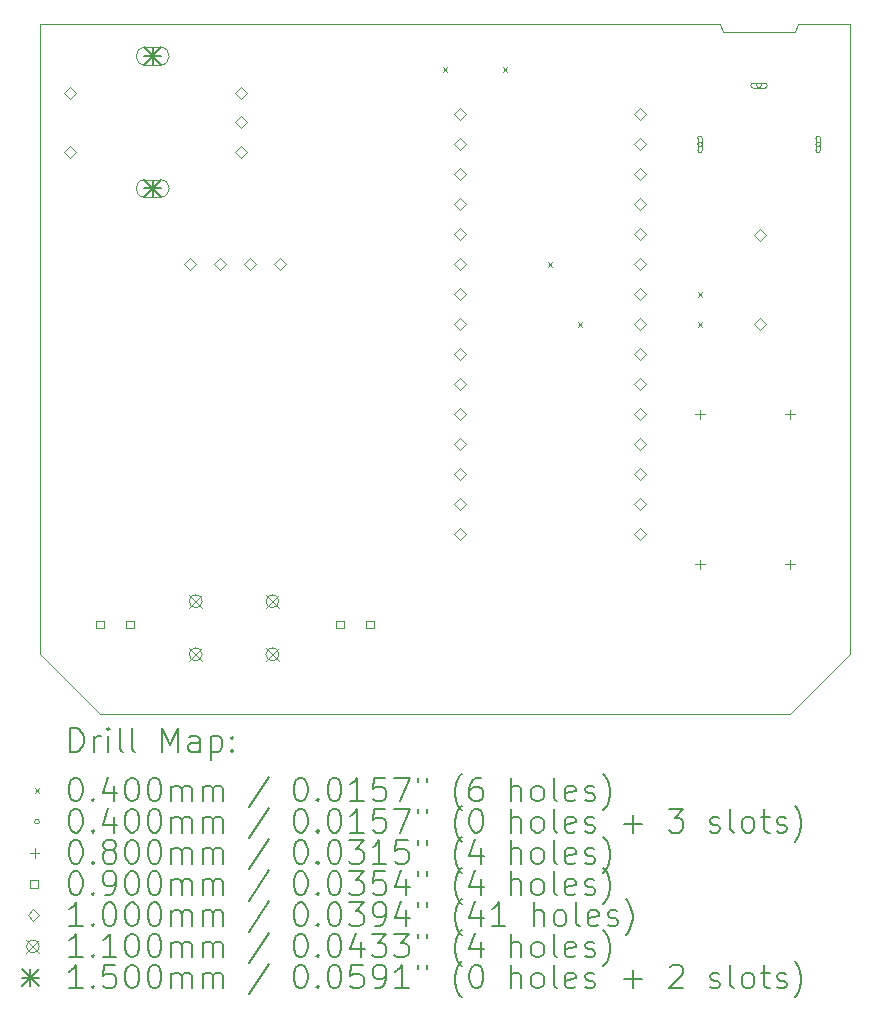
<source format=gbr>
%TF.GenerationSoftware,KiCad,Pcbnew,7.0.9*%
%TF.CreationDate,2025-04-10T13:05:31+02:00*%
%TF.ProjectId,CW,43572e6b-6963-4616-945f-706362585858,rev?*%
%TF.SameCoordinates,Original*%
%TF.FileFunction,Drillmap*%
%TF.FilePolarity,Positive*%
%FSLAX45Y45*%
G04 Gerber Fmt 4.5, Leading zero omitted, Abs format (unit mm)*
G04 Created by KiCad (PCBNEW 7.0.9) date 2025-04-10 13:05:31*
%MOMM*%
%LPD*%
G01*
G04 APERTURE LIST*
%ADD10C,0.100000*%
%ADD11C,0.200000*%
%ADD12C,0.110000*%
%ADD13C,0.150000*%
G04 APERTURE END LIST*
D10*
X16934180Y-7045960D02*
X17543780Y-7045960D01*
X17566640Y-6985000D01*
X17602200Y-6985000D01*
X18008600Y-6985000D01*
X18008600Y-12319000D01*
X17500600Y-12827000D01*
X11658600Y-12827000D01*
X11150600Y-12319000D01*
X11150600Y-6985000D01*
X16911320Y-6985000D01*
X16934180Y-7045960D01*
D11*
D10*
X14559600Y-7346000D02*
X14599600Y-7386000D01*
X14599600Y-7346000D02*
X14559600Y-7386000D01*
X15067600Y-7346000D02*
X15107600Y-7386000D01*
X15107600Y-7346000D02*
X15067600Y-7386000D01*
X15448600Y-8997000D02*
X15488600Y-9037000D01*
X15488600Y-8997000D02*
X15448600Y-9037000D01*
X15702600Y-9505000D02*
X15742600Y-9545000D01*
X15742600Y-9505000D02*
X15702600Y-9545000D01*
X16718600Y-9251000D02*
X16758600Y-9291000D01*
X16758600Y-9251000D02*
X16718600Y-9291000D01*
X16718600Y-9505000D02*
X16758600Y-9545000D01*
X16758600Y-9505000D02*
X16718600Y-9545000D01*
X16758600Y-8001000D02*
G75*
G03*
X16758600Y-8001000I-20000J0D01*
G01*
X16718600Y-7951000D02*
X16718600Y-8051000D01*
X16718600Y-8051000D02*
G75*
G03*
X16758600Y-8051000I20000J0D01*
G01*
X16758600Y-8051000D02*
X16758600Y-7951000D01*
X16758600Y-7951000D02*
G75*
G03*
X16718600Y-7951000I-20000J0D01*
G01*
X17258600Y-7501000D02*
G75*
G03*
X17258600Y-7501000I-20000J0D01*
G01*
X17288600Y-7481000D02*
X17188600Y-7481000D01*
X17188600Y-7481000D02*
G75*
G03*
X17188600Y-7521000I0J-20000D01*
G01*
X17188600Y-7521000D02*
X17288600Y-7521000D01*
X17288600Y-7521000D02*
G75*
G03*
X17288600Y-7481000I0J20000D01*
G01*
X17758600Y-8001000D02*
G75*
G03*
X17758600Y-8001000I-20000J0D01*
G01*
X17758600Y-8051000D02*
X17758600Y-7951000D01*
X17758600Y-7951000D02*
G75*
G03*
X17718600Y-7951000I-20000J0D01*
G01*
X17718600Y-7951000D02*
X17718600Y-8051000D01*
X17718600Y-8051000D02*
G75*
G03*
X17758600Y-8051000I20000J0D01*
G01*
X16738600Y-10247000D02*
X16738600Y-10327000D01*
X16698600Y-10287000D02*
X16778600Y-10287000D01*
X16738600Y-11517000D02*
X16738600Y-11597000D01*
X16698600Y-11557000D02*
X16778600Y-11557000D01*
X17500600Y-10247000D02*
X17500600Y-10327000D01*
X17460600Y-10287000D02*
X17540600Y-10287000D01*
X17500600Y-11517000D02*
X17500600Y-11597000D01*
X17460600Y-11557000D02*
X17540600Y-11557000D01*
X11690420Y-12096820D02*
X11690420Y-12033180D01*
X11626780Y-12033180D01*
X11626780Y-12096820D01*
X11690420Y-12096820D01*
X11944420Y-12096820D02*
X11944420Y-12033180D01*
X11880780Y-12033180D01*
X11880780Y-12096820D01*
X11944420Y-12096820D01*
X13722420Y-12096820D02*
X13722420Y-12033180D01*
X13658780Y-12033180D01*
X13658780Y-12096820D01*
X13722420Y-12096820D01*
X13976420Y-12096820D02*
X13976420Y-12033180D01*
X13912780Y-12033180D01*
X13912780Y-12096820D01*
X13976420Y-12096820D01*
X11404600Y-7614500D02*
X11454600Y-7564500D01*
X11404600Y-7514500D01*
X11354600Y-7564500D01*
X11404600Y-7614500D01*
X11404600Y-8114500D02*
X11454600Y-8064500D01*
X11404600Y-8014500D01*
X11354600Y-8064500D01*
X11404600Y-8114500D01*
X12420600Y-9067000D02*
X12470600Y-9017000D01*
X12420600Y-8967000D01*
X12370600Y-9017000D01*
X12420600Y-9067000D01*
X12674600Y-9067000D02*
X12724600Y-9017000D01*
X12674600Y-8967000D01*
X12624600Y-9017000D01*
X12674600Y-9067000D01*
X12854600Y-7614500D02*
X12904600Y-7564500D01*
X12854600Y-7514500D01*
X12804600Y-7564500D01*
X12854600Y-7614500D01*
X12854600Y-7864500D02*
X12904600Y-7814500D01*
X12854600Y-7764500D01*
X12804600Y-7814500D01*
X12854600Y-7864500D01*
X12854600Y-8114500D02*
X12904600Y-8064500D01*
X12854600Y-8014500D01*
X12804600Y-8064500D01*
X12854600Y-8114500D01*
X12928600Y-9067000D02*
X12978600Y-9017000D01*
X12928600Y-8967000D01*
X12878600Y-9017000D01*
X12928600Y-9067000D01*
X13182600Y-9067000D02*
X13232600Y-9017000D01*
X13182600Y-8967000D01*
X13132600Y-9017000D01*
X13182600Y-9067000D01*
X14706600Y-7797000D02*
X14756600Y-7747000D01*
X14706600Y-7697000D01*
X14656600Y-7747000D01*
X14706600Y-7797000D01*
X14706600Y-8051000D02*
X14756600Y-8001000D01*
X14706600Y-7951000D01*
X14656600Y-8001000D01*
X14706600Y-8051000D01*
X14706600Y-8305000D02*
X14756600Y-8255000D01*
X14706600Y-8205000D01*
X14656600Y-8255000D01*
X14706600Y-8305000D01*
X14706600Y-8559000D02*
X14756600Y-8509000D01*
X14706600Y-8459000D01*
X14656600Y-8509000D01*
X14706600Y-8559000D01*
X14706600Y-8813000D02*
X14756600Y-8763000D01*
X14706600Y-8713000D01*
X14656600Y-8763000D01*
X14706600Y-8813000D01*
X14706600Y-9067000D02*
X14756600Y-9017000D01*
X14706600Y-8967000D01*
X14656600Y-9017000D01*
X14706600Y-9067000D01*
X14706600Y-9321000D02*
X14756600Y-9271000D01*
X14706600Y-9221000D01*
X14656600Y-9271000D01*
X14706600Y-9321000D01*
X14706600Y-9575000D02*
X14756600Y-9525000D01*
X14706600Y-9475000D01*
X14656600Y-9525000D01*
X14706600Y-9575000D01*
X14706600Y-9829000D02*
X14756600Y-9779000D01*
X14706600Y-9729000D01*
X14656600Y-9779000D01*
X14706600Y-9829000D01*
X14706600Y-10083000D02*
X14756600Y-10033000D01*
X14706600Y-9983000D01*
X14656600Y-10033000D01*
X14706600Y-10083000D01*
X14706600Y-10337000D02*
X14756600Y-10287000D01*
X14706600Y-10237000D01*
X14656600Y-10287000D01*
X14706600Y-10337000D01*
X14706600Y-10591000D02*
X14756600Y-10541000D01*
X14706600Y-10491000D01*
X14656600Y-10541000D01*
X14706600Y-10591000D01*
X14706600Y-10845000D02*
X14756600Y-10795000D01*
X14706600Y-10745000D01*
X14656600Y-10795000D01*
X14706600Y-10845000D01*
X14706600Y-11099000D02*
X14756600Y-11049000D01*
X14706600Y-10999000D01*
X14656600Y-11049000D01*
X14706600Y-11099000D01*
X14706600Y-11353000D02*
X14756600Y-11303000D01*
X14706600Y-11253000D01*
X14656600Y-11303000D01*
X14706600Y-11353000D01*
X16230600Y-7797000D02*
X16280600Y-7747000D01*
X16230600Y-7697000D01*
X16180600Y-7747000D01*
X16230600Y-7797000D01*
X16230600Y-8051000D02*
X16280600Y-8001000D01*
X16230600Y-7951000D01*
X16180600Y-8001000D01*
X16230600Y-8051000D01*
X16230600Y-8305000D02*
X16280600Y-8255000D01*
X16230600Y-8205000D01*
X16180600Y-8255000D01*
X16230600Y-8305000D01*
X16230600Y-8559000D02*
X16280600Y-8509000D01*
X16230600Y-8459000D01*
X16180600Y-8509000D01*
X16230600Y-8559000D01*
X16230600Y-8813000D02*
X16280600Y-8763000D01*
X16230600Y-8713000D01*
X16180600Y-8763000D01*
X16230600Y-8813000D01*
X16230600Y-9067000D02*
X16280600Y-9017000D01*
X16230600Y-8967000D01*
X16180600Y-9017000D01*
X16230600Y-9067000D01*
X16230600Y-9321000D02*
X16280600Y-9271000D01*
X16230600Y-9221000D01*
X16180600Y-9271000D01*
X16230600Y-9321000D01*
X16230600Y-9575000D02*
X16280600Y-9525000D01*
X16230600Y-9475000D01*
X16180600Y-9525000D01*
X16230600Y-9575000D01*
X16230600Y-9829000D02*
X16280600Y-9779000D01*
X16230600Y-9729000D01*
X16180600Y-9779000D01*
X16230600Y-9829000D01*
X16230600Y-10083000D02*
X16280600Y-10033000D01*
X16230600Y-9983000D01*
X16180600Y-10033000D01*
X16230600Y-10083000D01*
X16230600Y-10337000D02*
X16280600Y-10287000D01*
X16230600Y-10237000D01*
X16180600Y-10287000D01*
X16230600Y-10337000D01*
X16230600Y-10591000D02*
X16280600Y-10541000D01*
X16230600Y-10491000D01*
X16180600Y-10541000D01*
X16230600Y-10591000D01*
X16230600Y-10845000D02*
X16280600Y-10795000D01*
X16230600Y-10745000D01*
X16180600Y-10795000D01*
X16230600Y-10845000D01*
X16230600Y-11099000D02*
X16280600Y-11049000D01*
X16230600Y-10999000D01*
X16180600Y-11049000D01*
X16230600Y-11099000D01*
X16230600Y-11353000D02*
X16280600Y-11303000D01*
X16230600Y-11253000D01*
X16180600Y-11303000D01*
X16230600Y-11353000D01*
X17246600Y-8815000D02*
X17296600Y-8765000D01*
X17246600Y-8715000D01*
X17196600Y-8765000D01*
X17246600Y-8815000D01*
X17246600Y-9575000D02*
X17296600Y-9525000D01*
X17246600Y-9475000D01*
X17196600Y-9525000D01*
X17246600Y-9575000D01*
D12*
X12414100Y-11814000D02*
X12524100Y-11924000D01*
X12524100Y-11814000D02*
X12414100Y-11924000D01*
X12524100Y-11869000D02*
G75*
G03*
X12524100Y-11869000I-55000J0D01*
G01*
X12414100Y-12264000D02*
X12524100Y-12374000D01*
X12524100Y-12264000D02*
X12414100Y-12374000D01*
X12524100Y-12319000D02*
G75*
G03*
X12524100Y-12319000I-55000J0D01*
G01*
X13064100Y-11814000D02*
X13174100Y-11924000D01*
X13174100Y-11814000D02*
X13064100Y-11924000D01*
X13174100Y-11869000D02*
G75*
G03*
X13174100Y-11869000I-55000J0D01*
G01*
X13064100Y-12264000D02*
X13174100Y-12374000D01*
X13174100Y-12264000D02*
X13064100Y-12374000D01*
X13174100Y-12319000D02*
G75*
G03*
X13174100Y-12319000I-55000J0D01*
G01*
D13*
X12029600Y-7179500D02*
X12179600Y-7329500D01*
X12179600Y-7179500D02*
X12029600Y-7329500D01*
X12104600Y-7179500D02*
X12104600Y-7329500D01*
X12029600Y-7254500D02*
X12179600Y-7254500D01*
D10*
X12169600Y-7179500D02*
X12039600Y-7179500D01*
X12039600Y-7179500D02*
G75*
G03*
X12039600Y-7329500I0J-75000D01*
G01*
X12039600Y-7329500D02*
X12169600Y-7329500D01*
X12169600Y-7329500D02*
G75*
G03*
X12169600Y-7179500I0J75000D01*
G01*
D13*
X12029600Y-8299500D02*
X12179600Y-8449500D01*
X12179600Y-8299500D02*
X12029600Y-8449500D01*
X12104600Y-8299500D02*
X12104600Y-8449500D01*
X12029600Y-8374500D02*
X12179600Y-8374500D01*
D10*
X12169600Y-8299500D02*
X12039600Y-8299500D01*
X12039600Y-8299500D02*
G75*
G03*
X12039600Y-8449500I0J-75000D01*
G01*
X12039600Y-8449500D02*
X12169600Y-8449500D01*
X12169600Y-8449500D02*
G75*
G03*
X12169600Y-8299500I0J75000D01*
G01*
D11*
X11406377Y-13143484D02*
X11406377Y-12943484D01*
X11406377Y-12943484D02*
X11453996Y-12943484D01*
X11453996Y-12943484D02*
X11482567Y-12953008D01*
X11482567Y-12953008D02*
X11501615Y-12972055D01*
X11501615Y-12972055D02*
X11511139Y-12991103D01*
X11511139Y-12991103D02*
X11520662Y-13029198D01*
X11520662Y-13029198D02*
X11520662Y-13057769D01*
X11520662Y-13057769D02*
X11511139Y-13095865D01*
X11511139Y-13095865D02*
X11501615Y-13114912D01*
X11501615Y-13114912D02*
X11482567Y-13133960D01*
X11482567Y-13133960D02*
X11453996Y-13143484D01*
X11453996Y-13143484D02*
X11406377Y-13143484D01*
X11606377Y-13143484D02*
X11606377Y-13010150D01*
X11606377Y-13048246D02*
X11615901Y-13029198D01*
X11615901Y-13029198D02*
X11625424Y-13019674D01*
X11625424Y-13019674D02*
X11644472Y-13010150D01*
X11644472Y-13010150D02*
X11663520Y-13010150D01*
X11730186Y-13143484D02*
X11730186Y-13010150D01*
X11730186Y-12943484D02*
X11720662Y-12953008D01*
X11720662Y-12953008D02*
X11730186Y-12962531D01*
X11730186Y-12962531D02*
X11739710Y-12953008D01*
X11739710Y-12953008D02*
X11730186Y-12943484D01*
X11730186Y-12943484D02*
X11730186Y-12962531D01*
X11853996Y-13143484D02*
X11834948Y-13133960D01*
X11834948Y-13133960D02*
X11825424Y-13114912D01*
X11825424Y-13114912D02*
X11825424Y-12943484D01*
X11958758Y-13143484D02*
X11939710Y-13133960D01*
X11939710Y-13133960D02*
X11930186Y-13114912D01*
X11930186Y-13114912D02*
X11930186Y-12943484D01*
X12187329Y-13143484D02*
X12187329Y-12943484D01*
X12187329Y-12943484D02*
X12253996Y-13086341D01*
X12253996Y-13086341D02*
X12320662Y-12943484D01*
X12320662Y-12943484D02*
X12320662Y-13143484D01*
X12501615Y-13143484D02*
X12501615Y-13038722D01*
X12501615Y-13038722D02*
X12492091Y-13019674D01*
X12492091Y-13019674D02*
X12473043Y-13010150D01*
X12473043Y-13010150D02*
X12434948Y-13010150D01*
X12434948Y-13010150D02*
X12415901Y-13019674D01*
X12501615Y-13133960D02*
X12482567Y-13143484D01*
X12482567Y-13143484D02*
X12434948Y-13143484D01*
X12434948Y-13143484D02*
X12415901Y-13133960D01*
X12415901Y-13133960D02*
X12406377Y-13114912D01*
X12406377Y-13114912D02*
X12406377Y-13095865D01*
X12406377Y-13095865D02*
X12415901Y-13076817D01*
X12415901Y-13076817D02*
X12434948Y-13067293D01*
X12434948Y-13067293D02*
X12482567Y-13067293D01*
X12482567Y-13067293D02*
X12501615Y-13057769D01*
X12596853Y-13010150D02*
X12596853Y-13210150D01*
X12596853Y-13019674D02*
X12615901Y-13010150D01*
X12615901Y-13010150D02*
X12653996Y-13010150D01*
X12653996Y-13010150D02*
X12673043Y-13019674D01*
X12673043Y-13019674D02*
X12682567Y-13029198D01*
X12682567Y-13029198D02*
X12692091Y-13048246D01*
X12692091Y-13048246D02*
X12692091Y-13105388D01*
X12692091Y-13105388D02*
X12682567Y-13124436D01*
X12682567Y-13124436D02*
X12673043Y-13133960D01*
X12673043Y-13133960D02*
X12653996Y-13143484D01*
X12653996Y-13143484D02*
X12615901Y-13143484D01*
X12615901Y-13143484D02*
X12596853Y-13133960D01*
X12777805Y-13124436D02*
X12787329Y-13133960D01*
X12787329Y-13133960D02*
X12777805Y-13143484D01*
X12777805Y-13143484D02*
X12768282Y-13133960D01*
X12768282Y-13133960D02*
X12777805Y-13124436D01*
X12777805Y-13124436D02*
X12777805Y-13143484D01*
X12777805Y-13019674D02*
X12787329Y-13029198D01*
X12787329Y-13029198D02*
X12777805Y-13038722D01*
X12777805Y-13038722D02*
X12768282Y-13029198D01*
X12768282Y-13029198D02*
X12777805Y-13019674D01*
X12777805Y-13019674D02*
X12777805Y-13038722D01*
D10*
X11105600Y-13452000D02*
X11145600Y-13492000D01*
X11145600Y-13452000D02*
X11105600Y-13492000D01*
D11*
X11444472Y-13363484D02*
X11463520Y-13363484D01*
X11463520Y-13363484D02*
X11482567Y-13373008D01*
X11482567Y-13373008D02*
X11492091Y-13382531D01*
X11492091Y-13382531D02*
X11501615Y-13401579D01*
X11501615Y-13401579D02*
X11511139Y-13439674D01*
X11511139Y-13439674D02*
X11511139Y-13487293D01*
X11511139Y-13487293D02*
X11501615Y-13525388D01*
X11501615Y-13525388D02*
X11492091Y-13544436D01*
X11492091Y-13544436D02*
X11482567Y-13553960D01*
X11482567Y-13553960D02*
X11463520Y-13563484D01*
X11463520Y-13563484D02*
X11444472Y-13563484D01*
X11444472Y-13563484D02*
X11425424Y-13553960D01*
X11425424Y-13553960D02*
X11415901Y-13544436D01*
X11415901Y-13544436D02*
X11406377Y-13525388D01*
X11406377Y-13525388D02*
X11396853Y-13487293D01*
X11396853Y-13487293D02*
X11396853Y-13439674D01*
X11396853Y-13439674D02*
X11406377Y-13401579D01*
X11406377Y-13401579D02*
X11415901Y-13382531D01*
X11415901Y-13382531D02*
X11425424Y-13373008D01*
X11425424Y-13373008D02*
X11444472Y-13363484D01*
X11596853Y-13544436D02*
X11606377Y-13553960D01*
X11606377Y-13553960D02*
X11596853Y-13563484D01*
X11596853Y-13563484D02*
X11587329Y-13553960D01*
X11587329Y-13553960D02*
X11596853Y-13544436D01*
X11596853Y-13544436D02*
X11596853Y-13563484D01*
X11777805Y-13430150D02*
X11777805Y-13563484D01*
X11730186Y-13353960D02*
X11682567Y-13496817D01*
X11682567Y-13496817D02*
X11806377Y-13496817D01*
X11920662Y-13363484D02*
X11939710Y-13363484D01*
X11939710Y-13363484D02*
X11958758Y-13373008D01*
X11958758Y-13373008D02*
X11968282Y-13382531D01*
X11968282Y-13382531D02*
X11977805Y-13401579D01*
X11977805Y-13401579D02*
X11987329Y-13439674D01*
X11987329Y-13439674D02*
X11987329Y-13487293D01*
X11987329Y-13487293D02*
X11977805Y-13525388D01*
X11977805Y-13525388D02*
X11968282Y-13544436D01*
X11968282Y-13544436D02*
X11958758Y-13553960D01*
X11958758Y-13553960D02*
X11939710Y-13563484D01*
X11939710Y-13563484D02*
X11920662Y-13563484D01*
X11920662Y-13563484D02*
X11901615Y-13553960D01*
X11901615Y-13553960D02*
X11892091Y-13544436D01*
X11892091Y-13544436D02*
X11882567Y-13525388D01*
X11882567Y-13525388D02*
X11873043Y-13487293D01*
X11873043Y-13487293D02*
X11873043Y-13439674D01*
X11873043Y-13439674D02*
X11882567Y-13401579D01*
X11882567Y-13401579D02*
X11892091Y-13382531D01*
X11892091Y-13382531D02*
X11901615Y-13373008D01*
X11901615Y-13373008D02*
X11920662Y-13363484D01*
X12111139Y-13363484D02*
X12130186Y-13363484D01*
X12130186Y-13363484D02*
X12149234Y-13373008D01*
X12149234Y-13373008D02*
X12158758Y-13382531D01*
X12158758Y-13382531D02*
X12168282Y-13401579D01*
X12168282Y-13401579D02*
X12177805Y-13439674D01*
X12177805Y-13439674D02*
X12177805Y-13487293D01*
X12177805Y-13487293D02*
X12168282Y-13525388D01*
X12168282Y-13525388D02*
X12158758Y-13544436D01*
X12158758Y-13544436D02*
X12149234Y-13553960D01*
X12149234Y-13553960D02*
X12130186Y-13563484D01*
X12130186Y-13563484D02*
X12111139Y-13563484D01*
X12111139Y-13563484D02*
X12092091Y-13553960D01*
X12092091Y-13553960D02*
X12082567Y-13544436D01*
X12082567Y-13544436D02*
X12073043Y-13525388D01*
X12073043Y-13525388D02*
X12063520Y-13487293D01*
X12063520Y-13487293D02*
X12063520Y-13439674D01*
X12063520Y-13439674D02*
X12073043Y-13401579D01*
X12073043Y-13401579D02*
X12082567Y-13382531D01*
X12082567Y-13382531D02*
X12092091Y-13373008D01*
X12092091Y-13373008D02*
X12111139Y-13363484D01*
X12263520Y-13563484D02*
X12263520Y-13430150D01*
X12263520Y-13449198D02*
X12273043Y-13439674D01*
X12273043Y-13439674D02*
X12292091Y-13430150D01*
X12292091Y-13430150D02*
X12320663Y-13430150D01*
X12320663Y-13430150D02*
X12339710Y-13439674D01*
X12339710Y-13439674D02*
X12349234Y-13458722D01*
X12349234Y-13458722D02*
X12349234Y-13563484D01*
X12349234Y-13458722D02*
X12358758Y-13439674D01*
X12358758Y-13439674D02*
X12377805Y-13430150D01*
X12377805Y-13430150D02*
X12406377Y-13430150D01*
X12406377Y-13430150D02*
X12425424Y-13439674D01*
X12425424Y-13439674D02*
X12434948Y-13458722D01*
X12434948Y-13458722D02*
X12434948Y-13563484D01*
X12530186Y-13563484D02*
X12530186Y-13430150D01*
X12530186Y-13449198D02*
X12539710Y-13439674D01*
X12539710Y-13439674D02*
X12558758Y-13430150D01*
X12558758Y-13430150D02*
X12587329Y-13430150D01*
X12587329Y-13430150D02*
X12606377Y-13439674D01*
X12606377Y-13439674D02*
X12615901Y-13458722D01*
X12615901Y-13458722D02*
X12615901Y-13563484D01*
X12615901Y-13458722D02*
X12625424Y-13439674D01*
X12625424Y-13439674D02*
X12644472Y-13430150D01*
X12644472Y-13430150D02*
X12673043Y-13430150D01*
X12673043Y-13430150D02*
X12692091Y-13439674D01*
X12692091Y-13439674D02*
X12701615Y-13458722D01*
X12701615Y-13458722D02*
X12701615Y-13563484D01*
X13092091Y-13353960D02*
X12920663Y-13611103D01*
X13349234Y-13363484D02*
X13368282Y-13363484D01*
X13368282Y-13363484D02*
X13387329Y-13373008D01*
X13387329Y-13373008D02*
X13396853Y-13382531D01*
X13396853Y-13382531D02*
X13406377Y-13401579D01*
X13406377Y-13401579D02*
X13415901Y-13439674D01*
X13415901Y-13439674D02*
X13415901Y-13487293D01*
X13415901Y-13487293D02*
X13406377Y-13525388D01*
X13406377Y-13525388D02*
X13396853Y-13544436D01*
X13396853Y-13544436D02*
X13387329Y-13553960D01*
X13387329Y-13553960D02*
X13368282Y-13563484D01*
X13368282Y-13563484D02*
X13349234Y-13563484D01*
X13349234Y-13563484D02*
X13330186Y-13553960D01*
X13330186Y-13553960D02*
X13320663Y-13544436D01*
X13320663Y-13544436D02*
X13311139Y-13525388D01*
X13311139Y-13525388D02*
X13301615Y-13487293D01*
X13301615Y-13487293D02*
X13301615Y-13439674D01*
X13301615Y-13439674D02*
X13311139Y-13401579D01*
X13311139Y-13401579D02*
X13320663Y-13382531D01*
X13320663Y-13382531D02*
X13330186Y-13373008D01*
X13330186Y-13373008D02*
X13349234Y-13363484D01*
X13501615Y-13544436D02*
X13511139Y-13553960D01*
X13511139Y-13553960D02*
X13501615Y-13563484D01*
X13501615Y-13563484D02*
X13492091Y-13553960D01*
X13492091Y-13553960D02*
X13501615Y-13544436D01*
X13501615Y-13544436D02*
X13501615Y-13563484D01*
X13634948Y-13363484D02*
X13653996Y-13363484D01*
X13653996Y-13363484D02*
X13673044Y-13373008D01*
X13673044Y-13373008D02*
X13682567Y-13382531D01*
X13682567Y-13382531D02*
X13692091Y-13401579D01*
X13692091Y-13401579D02*
X13701615Y-13439674D01*
X13701615Y-13439674D02*
X13701615Y-13487293D01*
X13701615Y-13487293D02*
X13692091Y-13525388D01*
X13692091Y-13525388D02*
X13682567Y-13544436D01*
X13682567Y-13544436D02*
X13673044Y-13553960D01*
X13673044Y-13553960D02*
X13653996Y-13563484D01*
X13653996Y-13563484D02*
X13634948Y-13563484D01*
X13634948Y-13563484D02*
X13615901Y-13553960D01*
X13615901Y-13553960D02*
X13606377Y-13544436D01*
X13606377Y-13544436D02*
X13596853Y-13525388D01*
X13596853Y-13525388D02*
X13587329Y-13487293D01*
X13587329Y-13487293D02*
X13587329Y-13439674D01*
X13587329Y-13439674D02*
X13596853Y-13401579D01*
X13596853Y-13401579D02*
X13606377Y-13382531D01*
X13606377Y-13382531D02*
X13615901Y-13373008D01*
X13615901Y-13373008D02*
X13634948Y-13363484D01*
X13892091Y-13563484D02*
X13777806Y-13563484D01*
X13834948Y-13563484D02*
X13834948Y-13363484D01*
X13834948Y-13363484D02*
X13815901Y-13392055D01*
X13815901Y-13392055D02*
X13796853Y-13411103D01*
X13796853Y-13411103D02*
X13777806Y-13420627D01*
X14073044Y-13363484D02*
X13977806Y-13363484D01*
X13977806Y-13363484D02*
X13968282Y-13458722D01*
X13968282Y-13458722D02*
X13977806Y-13449198D01*
X13977806Y-13449198D02*
X13996853Y-13439674D01*
X13996853Y-13439674D02*
X14044472Y-13439674D01*
X14044472Y-13439674D02*
X14063520Y-13449198D01*
X14063520Y-13449198D02*
X14073044Y-13458722D01*
X14073044Y-13458722D02*
X14082567Y-13477769D01*
X14082567Y-13477769D02*
X14082567Y-13525388D01*
X14082567Y-13525388D02*
X14073044Y-13544436D01*
X14073044Y-13544436D02*
X14063520Y-13553960D01*
X14063520Y-13553960D02*
X14044472Y-13563484D01*
X14044472Y-13563484D02*
X13996853Y-13563484D01*
X13996853Y-13563484D02*
X13977806Y-13553960D01*
X13977806Y-13553960D02*
X13968282Y-13544436D01*
X14149234Y-13363484D02*
X14282567Y-13363484D01*
X14282567Y-13363484D02*
X14196853Y-13563484D01*
X14349234Y-13363484D02*
X14349234Y-13401579D01*
X14425425Y-13363484D02*
X14425425Y-13401579D01*
X14720663Y-13639674D02*
X14711139Y-13630150D01*
X14711139Y-13630150D02*
X14692091Y-13601579D01*
X14692091Y-13601579D02*
X14682568Y-13582531D01*
X14682568Y-13582531D02*
X14673044Y-13553960D01*
X14673044Y-13553960D02*
X14663520Y-13506341D01*
X14663520Y-13506341D02*
X14663520Y-13468246D01*
X14663520Y-13468246D02*
X14673044Y-13420627D01*
X14673044Y-13420627D02*
X14682568Y-13392055D01*
X14682568Y-13392055D02*
X14692091Y-13373008D01*
X14692091Y-13373008D02*
X14711139Y-13344436D01*
X14711139Y-13344436D02*
X14720663Y-13334912D01*
X14882568Y-13363484D02*
X14844472Y-13363484D01*
X14844472Y-13363484D02*
X14825425Y-13373008D01*
X14825425Y-13373008D02*
X14815901Y-13382531D01*
X14815901Y-13382531D02*
X14796853Y-13411103D01*
X14796853Y-13411103D02*
X14787329Y-13449198D01*
X14787329Y-13449198D02*
X14787329Y-13525388D01*
X14787329Y-13525388D02*
X14796853Y-13544436D01*
X14796853Y-13544436D02*
X14806377Y-13553960D01*
X14806377Y-13553960D02*
X14825425Y-13563484D01*
X14825425Y-13563484D02*
X14863520Y-13563484D01*
X14863520Y-13563484D02*
X14882568Y-13553960D01*
X14882568Y-13553960D02*
X14892091Y-13544436D01*
X14892091Y-13544436D02*
X14901615Y-13525388D01*
X14901615Y-13525388D02*
X14901615Y-13477769D01*
X14901615Y-13477769D02*
X14892091Y-13458722D01*
X14892091Y-13458722D02*
X14882568Y-13449198D01*
X14882568Y-13449198D02*
X14863520Y-13439674D01*
X14863520Y-13439674D02*
X14825425Y-13439674D01*
X14825425Y-13439674D02*
X14806377Y-13449198D01*
X14806377Y-13449198D02*
X14796853Y-13458722D01*
X14796853Y-13458722D02*
X14787329Y-13477769D01*
X15139710Y-13563484D02*
X15139710Y-13363484D01*
X15225425Y-13563484D02*
X15225425Y-13458722D01*
X15225425Y-13458722D02*
X15215901Y-13439674D01*
X15215901Y-13439674D02*
X15196853Y-13430150D01*
X15196853Y-13430150D02*
X15168282Y-13430150D01*
X15168282Y-13430150D02*
X15149234Y-13439674D01*
X15149234Y-13439674D02*
X15139710Y-13449198D01*
X15349234Y-13563484D02*
X15330187Y-13553960D01*
X15330187Y-13553960D02*
X15320663Y-13544436D01*
X15320663Y-13544436D02*
X15311139Y-13525388D01*
X15311139Y-13525388D02*
X15311139Y-13468246D01*
X15311139Y-13468246D02*
X15320663Y-13449198D01*
X15320663Y-13449198D02*
X15330187Y-13439674D01*
X15330187Y-13439674D02*
X15349234Y-13430150D01*
X15349234Y-13430150D02*
X15377806Y-13430150D01*
X15377806Y-13430150D02*
X15396853Y-13439674D01*
X15396853Y-13439674D02*
X15406377Y-13449198D01*
X15406377Y-13449198D02*
X15415901Y-13468246D01*
X15415901Y-13468246D02*
X15415901Y-13525388D01*
X15415901Y-13525388D02*
X15406377Y-13544436D01*
X15406377Y-13544436D02*
X15396853Y-13553960D01*
X15396853Y-13553960D02*
X15377806Y-13563484D01*
X15377806Y-13563484D02*
X15349234Y-13563484D01*
X15530187Y-13563484D02*
X15511139Y-13553960D01*
X15511139Y-13553960D02*
X15501615Y-13534912D01*
X15501615Y-13534912D02*
X15501615Y-13363484D01*
X15682568Y-13553960D02*
X15663520Y-13563484D01*
X15663520Y-13563484D02*
X15625425Y-13563484D01*
X15625425Y-13563484D02*
X15606377Y-13553960D01*
X15606377Y-13553960D02*
X15596853Y-13534912D01*
X15596853Y-13534912D02*
X15596853Y-13458722D01*
X15596853Y-13458722D02*
X15606377Y-13439674D01*
X15606377Y-13439674D02*
X15625425Y-13430150D01*
X15625425Y-13430150D02*
X15663520Y-13430150D01*
X15663520Y-13430150D02*
X15682568Y-13439674D01*
X15682568Y-13439674D02*
X15692091Y-13458722D01*
X15692091Y-13458722D02*
X15692091Y-13477769D01*
X15692091Y-13477769D02*
X15596853Y-13496817D01*
X15768282Y-13553960D02*
X15787330Y-13563484D01*
X15787330Y-13563484D02*
X15825425Y-13563484D01*
X15825425Y-13563484D02*
X15844472Y-13553960D01*
X15844472Y-13553960D02*
X15853996Y-13534912D01*
X15853996Y-13534912D02*
X15853996Y-13525388D01*
X15853996Y-13525388D02*
X15844472Y-13506341D01*
X15844472Y-13506341D02*
X15825425Y-13496817D01*
X15825425Y-13496817D02*
X15796853Y-13496817D01*
X15796853Y-13496817D02*
X15777806Y-13487293D01*
X15777806Y-13487293D02*
X15768282Y-13468246D01*
X15768282Y-13468246D02*
X15768282Y-13458722D01*
X15768282Y-13458722D02*
X15777806Y-13439674D01*
X15777806Y-13439674D02*
X15796853Y-13430150D01*
X15796853Y-13430150D02*
X15825425Y-13430150D01*
X15825425Y-13430150D02*
X15844472Y-13439674D01*
X15920663Y-13639674D02*
X15930187Y-13630150D01*
X15930187Y-13630150D02*
X15949234Y-13601579D01*
X15949234Y-13601579D02*
X15958758Y-13582531D01*
X15958758Y-13582531D02*
X15968282Y-13553960D01*
X15968282Y-13553960D02*
X15977806Y-13506341D01*
X15977806Y-13506341D02*
X15977806Y-13468246D01*
X15977806Y-13468246D02*
X15968282Y-13420627D01*
X15968282Y-13420627D02*
X15958758Y-13392055D01*
X15958758Y-13392055D02*
X15949234Y-13373008D01*
X15949234Y-13373008D02*
X15930187Y-13344436D01*
X15930187Y-13344436D02*
X15920663Y-13334912D01*
D10*
X11145600Y-13736000D02*
G75*
G03*
X11145600Y-13736000I-20000J0D01*
G01*
D11*
X11444472Y-13627484D02*
X11463520Y-13627484D01*
X11463520Y-13627484D02*
X11482567Y-13637008D01*
X11482567Y-13637008D02*
X11492091Y-13646531D01*
X11492091Y-13646531D02*
X11501615Y-13665579D01*
X11501615Y-13665579D02*
X11511139Y-13703674D01*
X11511139Y-13703674D02*
X11511139Y-13751293D01*
X11511139Y-13751293D02*
X11501615Y-13789388D01*
X11501615Y-13789388D02*
X11492091Y-13808436D01*
X11492091Y-13808436D02*
X11482567Y-13817960D01*
X11482567Y-13817960D02*
X11463520Y-13827484D01*
X11463520Y-13827484D02*
X11444472Y-13827484D01*
X11444472Y-13827484D02*
X11425424Y-13817960D01*
X11425424Y-13817960D02*
X11415901Y-13808436D01*
X11415901Y-13808436D02*
X11406377Y-13789388D01*
X11406377Y-13789388D02*
X11396853Y-13751293D01*
X11396853Y-13751293D02*
X11396853Y-13703674D01*
X11396853Y-13703674D02*
X11406377Y-13665579D01*
X11406377Y-13665579D02*
X11415901Y-13646531D01*
X11415901Y-13646531D02*
X11425424Y-13637008D01*
X11425424Y-13637008D02*
X11444472Y-13627484D01*
X11596853Y-13808436D02*
X11606377Y-13817960D01*
X11606377Y-13817960D02*
X11596853Y-13827484D01*
X11596853Y-13827484D02*
X11587329Y-13817960D01*
X11587329Y-13817960D02*
X11596853Y-13808436D01*
X11596853Y-13808436D02*
X11596853Y-13827484D01*
X11777805Y-13694150D02*
X11777805Y-13827484D01*
X11730186Y-13617960D02*
X11682567Y-13760817D01*
X11682567Y-13760817D02*
X11806377Y-13760817D01*
X11920662Y-13627484D02*
X11939710Y-13627484D01*
X11939710Y-13627484D02*
X11958758Y-13637008D01*
X11958758Y-13637008D02*
X11968282Y-13646531D01*
X11968282Y-13646531D02*
X11977805Y-13665579D01*
X11977805Y-13665579D02*
X11987329Y-13703674D01*
X11987329Y-13703674D02*
X11987329Y-13751293D01*
X11987329Y-13751293D02*
X11977805Y-13789388D01*
X11977805Y-13789388D02*
X11968282Y-13808436D01*
X11968282Y-13808436D02*
X11958758Y-13817960D01*
X11958758Y-13817960D02*
X11939710Y-13827484D01*
X11939710Y-13827484D02*
X11920662Y-13827484D01*
X11920662Y-13827484D02*
X11901615Y-13817960D01*
X11901615Y-13817960D02*
X11892091Y-13808436D01*
X11892091Y-13808436D02*
X11882567Y-13789388D01*
X11882567Y-13789388D02*
X11873043Y-13751293D01*
X11873043Y-13751293D02*
X11873043Y-13703674D01*
X11873043Y-13703674D02*
X11882567Y-13665579D01*
X11882567Y-13665579D02*
X11892091Y-13646531D01*
X11892091Y-13646531D02*
X11901615Y-13637008D01*
X11901615Y-13637008D02*
X11920662Y-13627484D01*
X12111139Y-13627484D02*
X12130186Y-13627484D01*
X12130186Y-13627484D02*
X12149234Y-13637008D01*
X12149234Y-13637008D02*
X12158758Y-13646531D01*
X12158758Y-13646531D02*
X12168282Y-13665579D01*
X12168282Y-13665579D02*
X12177805Y-13703674D01*
X12177805Y-13703674D02*
X12177805Y-13751293D01*
X12177805Y-13751293D02*
X12168282Y-13789388D01*
X12168282Y-13789388D02*
X12158758Y-13808436D01*
X12158758Y-13808436D02*
X12149234Y-13817960D01*
X12149234Y-13817960D02*
X12130186Y-13827484D01*
X12130186Y-13827484D02*
X12111139Y-13827484D01*
X12111139Y-13827484D02*
X12092091Y-13817960D01*
X12092091Y-13817960D02*
X12082567Y-13808436D01*
X12082567Y-13808436D02*
X12073043Y-13789388D01*
X12073043Y-13789388D02*
X12063520Y-13751293D01*
X12063520Y-13751293D02*
X12063520Y-13703674D01*
X12063520Y-13703674D02*
X12073043Y-13665579D01*
X12073043Y-13665579D02*
X12082567Y-13646531D01*
X12082567Y-13646531D02*
X12092091Y-13637008D01*
X12092091Y-13637008D02*
X12111139Y-13627484D01*
X12263520Y-13827484D02*
X12263520Y-13694150D01*
X12263520Y-13713198D02*
X12273043Y-13703674D01*
X12273043Y-13703674D02*
X12292091Y-13694150D01*
X12292091Y-13694150D02*
X12320663Y-13694150D01*
X12320663Y-13694150D02*
X12339710Y-13703674D01*
X12339710Y-13703674D02*
X12349234Y-13722722D01*
X12349234Y-13722722D02*
X12349234Y-13827484D01*
X12349234Y-13722722D02*
X12358758Y-13703674D01*
X12358758Y-13703674D02*
X12377805Y-13694150D01*
X12377805Y-13694150D02*
X12406377Y-13694150D01*
X12406377Y-13694150D02*
X12425424Y-13703674D01*
X12425424Y-13703674D02*
X12434948Y-13722722D01*
X12434948Y-13722722D02*
X12434948Y-13827484D01*
X12530186Y-13827484D02*
X12530186Y-13694150D01*
X12530186Y-13713198D02*
X12539710Y-13703674D01*
X12539710Y-13703674D02*
X12558758Y-13694150D01*
X12558758Y-13694150D02*
X12587329Y-13694150D01*
X12587329Y-13694150D02*
X12606377Y-13703674D01*
X12606377Y-13703674D02*
X12615901Y-13722722D01*
X12615901Y-13722722D02*
X12615901Y-13827484D01*
X12615901Y-13722722D02*
X12625424Y-13703674D01*
X12625424Y-13703674D02*
X12644472Y-13694150D01*
X12644472Y-13694150D02*
X12673043Y-13694150D01*
X12673043Y-13694150D02*
X12692091Y-13703674D01*
X12692091Y-13703674D02*
X12701615Y-13722722D01*
X12701615Y-13722722D02*
X12701615Y-13827484D01*
X13092091Y-13617960D02*
X12920663Y-13875103D01*
X13349234Y-13627484D02*
X13368282Y-13627484D01*
X13368282Y-13627484D02*
X13387329Y-13637008D01*
X13387329Y-13637008D02*
X13396853Y-13646531D01*
X13396853Y-13646531D02*
X13406377Y-13665579D01*
X13406377Y-13665579D02*
X13415901Y-13703674D01*
X13415901Y-13703674D02*
X13415901Y-13751293D01*
X13415901Y-13751293D02*
X13406377Y-13789388D01*
X13406377Y-13789388D02*
X13396853Y-13808436D01*
X13396853Y-13808436D02*
X13387329Y-13817960D01*
X13387329Y-13817960D02*
X13368282Y-13827484D01*
X13368282Y-13827484D02*
X13349234Y-13827484D01*
X13349234Y-13827484D02*
X13330186Y-13817960D01*
X13330186Y-13817960D02*
X13320663Y-13808436D01*
X13320663Y-13808436D02*
X13311139Y-13789388D01*
X13311139Y-13789388D02*
X13301615Y-13751293D01*
X13301615Y-13751293D02*
X13301615Y-13703674D01*
X13301615Y-13703674D02*
X13311139Y-13665579D01*
X13311139Y-13665579D02*
X13320663Y-13646531D01*
X13320663Y-13646531D02*
X13330186Y-13637008D01*
X13330186Y-13637008D02*
X13349234Y-13627484D01*
X13501615Y-13808436D02*
X13511139Y-13817960D01*
X13511139Y-13817960D02*
X13501615Y-13827484D01*
X13501615Y-13827484D02*
X13492091Y-13817960D01*
X13492091Y-13817960D02*
X13501615Y-13808436D01*
X13501615Y-13808436D02*
X13501615Y-13827484D01*
X13634948Y-13627484D02*
X13653996Y-13627484D01*
X13653996Y-13627484D02*
X13673044Y-13637008D01*
X13673044Y-13637008D02*
X13682567Y-13646531D01*
X13682567Y-13646531D02*
X13692091Y-13665579D01*
X13692091Y-13665579D02*
X13701615Y-13703674D01*
X13701615Y-13703674D02*
X13701615Y-13751293D01*
X13701615Y-13751293D02*
X13692091Y-13789388D01*
X13692091Y-13789388D02*
X13682567Y-13808436D01*
X13682567Y-13808436D02*
X13673044Y-13817960D01*
X13673044Y-13817960D02*
X13653996Y-13827484D01*
X13653996Y-13827484D02*
X13634948Y-13827484D01*
X13634948Y-13827484D02*
X13615901Y-13817960D01*
X13615901Y-13817960D02*
X13606377Y-13808436D01*
X13606377Y-13808436D02*
X13596853Y-13789388D01*
X13596853Y-13789388D02*
X13587329Y-13751293D01*
X13587329Y-13751293D02*
X13587329Y-13703674D01*
X13587329Y-13703674D02*
X13596853Y-13665579D01*
X13596853Y-13665579D02*
X13606377Y-13646531D01*
X13606377Y-13646531D02*
X13615901Y-13637008D01*
X13615901Y-13637008D02*
X13634948Y-13627484D01*
X13892091Y-13827484D02*
X13777806Y-13827484D01*
X13834948Y-13827484D02*
X13834948Y-13627484D01*
X13834948Y-13627484D02*
X13815901Y-13656055D01*
X13815901Y-13656055D02*
X13796853Y-13675103D01*
X13796853Y-13675103D02*
X13777806Y-13684627D01*
X14073044Y-13627484D02*
X13977806Y-13627484D01*
X13977806Y-13627484D02*
X13968282Y-13722722D01*
X13968282Y-13722722D02*
X13977806Y-13713198D01*
X13977806Y-13713198D02*
X13996853Y-13703674D01*
X13996853Y-13703674D02*
X14044472Y-13703674D01*
X14044472Y-13703674D02*
X14063520Y-13713198D01*
X14063520Y-13713198D02*
X14073044Y-13722722D01*
X14073044Y-13722722D02*
X14082567Y-13741769D01*
X14082567Y-13741769D02*
X14082567Y-13789388D01*
X14082567Y-13789388D02*
X14073044Y-13808436D01*
X14073044Y-13808436D02*
X14063520Y-13817960D01*
X14063520Y-13817960D02*
X14044472Y-13827484D01*
X14044472Y-13827484D02*
X13996853Y-13827484D01*
X13996853Y-13827484D02*
X13977806Y-13817960D01*
X13977806Y-13817960D02*
X13968282Y-13808436D01*
X14149234Y-13627484D02*
X14282567Y-13627484D01*
X14282567Y-13627484D02*
X14196853Y-13827484D01*
X14349234Y-13627484D02*
X14349234Y-13665579D01*
X14425425Y-13627484D02*
X14425425Y-13665579D01*
X14720663Y-13903674D02*
X14711139Y-13894150D01*
X14711139Y-13894150D02*
X14692091Y-13865579D01*
X14692091Y-13865579D02*
X14682568Y-13846531D01*
X14682568Y-13846531D02*
X14673044Y-13817960D01*
X14673044Y-13817960D02*
X14663520Y-13770341D01*
X14663520Y-13770341D02*
X14663520Y-13732246D01*
X14663520Y-13732246D02*
X14673044Y-13684627D01*
X14673044Y-13684627D02*
X14682568Y-13656055D01*
X14682568Y-13656055D02*
X14692091Y-13637008D01*
X14692091Y-13637008D02*
X14711139Y-13608436D01*
X14711139Y-13608436D02*
X14720663Y-13598912D01*
X14834948Y-13627484D02*
X14853996Y-13627484D01*
X14853996Y-13627484D02*
X14873044Y-13637008D01*
X14873044Y-13637008D02*
X14882568Y-13646531D01*
X14882568Y-13646531D02*
X14892091Y-13665579D01*
X14892091Y-13665579D02*
X14901615Y-13703674D01*
X14901615Y-13703674D02*
X14901615Y-13751293D01*
X14901615Y-13751293D02*
X14892091Y-13789388D01*
X14892091Y-13789388D02*
X14882568Y-13808436D01*
X14882568Y-13808436D02*
X14873044Y-13817960D01*
X14873044Y-13817960D02*
X14853996Y-13827484D01*
X14853996Y-13827484D02*
X14834948Y-13827484D01*
X14834948Y-13827484D02*
X14815901Y-13817960D01*
X14815901Y-13817960D02*
X14806377Y-13808436D01*
X14806377Y-13808436D02*
X14796853Y-13789388D01*
X14796853Y-13789388D02*
X14787329Y-13751293D01*
X14787329Y-13751293D02*
X14787329Y-13703674D01*
X14787329Y-13703674D02*
X14796853Y-13665579D01*
X14796853Y-13665579D02*
X14806377Y-13646531D01*
X14806377Y-13646531D02*
X14815901Y-13637008D01*
X14815901Y-13637008D02*
X14834948Y-13627484D01*
X15139710Y-13827484D02*
X15139710Y-13627484D01*
X15225425Y-13827484D02*
X15225425Y-13722722D01*
X15225425Y-13722722D02*
X15215901Y-13703674D01*
X15215901Y-13703674D02*
X15196853Y-13694150D01*
X15196853Y-13694150D02*
X15168282Y-13694150D01*
X15168282Y-13694150D02*
X15149234Y-13703674D01*
X15149234Y-13703674D02*
X15139710Y-13713198D01*
X15349234Y-13827484D02*
X15330187Y-13817960D01*
X15330187Y-13817960D02*
X15320663Y-13808436D01*
X15320663Y-13808436D02*
X15311139Y-13789388D01*
X15311139Y-13789388D02*
X15311139Y-13732246D01*
X15311139Y-13732246D02*
X15320663Y-13713198D01*
X15320663Y-13713198D02*
X15330187Y-13703674D01*
X15330187Y-13703674D02*
X15349234Y-13694150D01*
X15349234Y-13694150D02*
X15377806Y-13694150D01*
X15377806Y-13694150D02*
X15396853Y-13703674D01*
X15396853Y-13703674D02*
X15406377Y-13713198D01*
X15406377Y-13713198D02*
X15415901Y-13732246D01*
X15415901Y-13732246D02*
X15415901Y-13789388D01*
X15415901Y-13789388D02*
X15406377Y-13808436D01*
X15406377Y-13808436D02*
X15396853Y-13817960D01*
X15396853Y-13817960D02*
X15377806Y-13827484D01*
X15377806Y-13827484D02*
X15349234Y-13827484D01*
X15530187Y-13827484D02*
X15511139Y-13817960D01*
X15511139Y-13817960D02*
X15501615Y-13798912D01*
X15501615Y-13798912D02*
X15501615Y-13627484D01*
X15682568Y-13817960D02*
X15663520Y-13827484D01*
X15663520Y-13827484D02*
X15625425Y-13827484D01*
X15625425Y-13827484D02*
X15606377Y-13817960D01*
X15606377Y-13817960D02*
X15596853Y-13798912D01*
X15596853Y-13798912D02*
X15596853Y-13722722D01*
X15596853Y-13722722D02*
X15606377Y-13703674D01*
X15606377Y-13703674D02*
X15625425Y-13694150D01*
X15625425Y-13694150D02*
X15663520Y-13694150D01*
X15663520Y-13694150D02*
X15682568Y-13703674D01*
X15682568Y-13703674D02*
X15692091Y-13722722D01*
X15692091Y-13722722D02*
X15692091Y-13741769D01*
X15692091Y-13741769D02*
X15596853Y-13760817D01*
X15768282Y-13817960D02*
X15787330Y-13827484D01*
X15787330Y-13827484D02*
X15825425Y-13827484D01*
X15825425Y-13827484D02*
X15844472Y-13817960D01*
X15844472Y-13817960D02*
X15853996Y-13798912D01*
X15853996Y-13798912D02*
X15853996Y-13789388D01*
X15853996Y-13789388D02*
X15844472Y-13770341D01*
X15844472Y-13770341D02*
X15825425Y-13760817D01*
X15825425Y-13760817D02*
X15796853Y-13760817D01*
X15796853Y-13760817D02*
X15777806Y-13751293D01*
X15777806Y-13751293D02*
X15768282Y-13732246D01*
X15768282Y-13732246D02*
X15768282Y-13722722D01*
X15768282Y-13722722D02*
X15777806Y-13703674D01*
X15777806Y-13703674D02*
X15796853Y-13694150D01*
X15796853Y-13694150D02*
X15825425Y-13694150D01*
X15825425Y-13694150D02*
X15844472Y-13703674D01*
X16092092Y-13751293D02*
X16244473Y-13751293D01*
X16168282Y-13827484D02*
X16168282Y-13675103D01*
X16473044Y-13627484D02*
X16596853Y-13627484D01*
X16596853Y-13627484D02*
X16530187Y-13703674D01*
X16530187Y-13703674D02*
X16558758Y-13703674D01*
X16558758Y-13703674D02*
X16577806Y-13713198D01*
X16577806Y-13713198D02*
X16587330Y-13722722D01*
X16587330Y-13722722D02*
X16596853Y-13741769D01*
X16596853Y-13741769D02*
X16596853Y-13789388D01*
X16596853Y-13789388D02*
X16587330Y-13808436D01*
X16587330Y-13808436D02*
X16577806Y-13817960D01*
X16577806Y-13817960D02*
X16558758Y-13827484D01*
X16558758Y-13827484D02*
X16501615Y-13827484D01*
X16501615Y-13827484D02*
X16482568Y-13817960D01*
X16482568Y-13817960D02*
X16473044Y-13808436D01*
X16825425Y-13817960D02*
X16844473Y-13827484D01*
X16844473Y-13827484D02*
X16882568Y-13827484D01*
X16882568Y-13827484D02*
X16901616Y-13817960D01*
X16901616Y-13817960D02*
X16911139Y-13798912D01*
X16911139Y-13798912D02*
X16911139Y-13789388D01*
X16911139Y-13789388D02*
X16901616Y-13770341D01*
X16901616Y-13770341D02*
X16882568Y-13760817D01*
X16882568Y-13760817D02*
X16853996Y-13760817D01*
X16853996Y-13760817D02*
X16834949Y-13751293D01*
X16834949Y-13751293D02*
X16825425Y-13732246D01*
X16825425Y-13732246D02*
X16825425Y-13722722D01*
X16825425Y-13722722D02*
X16834949Y-13703674D01*
X16834949Y-13703674D02*
X16853996Y-13694150D01*
X16853996Y-13694150D02*
X16882568Y-13694150D01*
X16882568Y-13694150D02*
X16901616Y-13703674D01*
X17025425Y-13827484D02*
X17006377Y-13817960D01*
X17006377Y-13817960D02*
X16996854Y-13798912D01*
X16996854Y-13798912D02*
X16996854Y-13627484D01*
X17130187Y-13827484D02*
X17111139Y-13817960D01*
X17111139Y-13817960D02*
X17101616Y-13808436D01*
X17101616Y-13808436D02*
X17092092Y-13789388D01*
X17092092Y-13789388D02*
X17092092Y-13732246D01*
X17092092Y-13732246D02*
X17101616Y-13713198D01*
X17101616Y-13713198D02*
X17111139Y-13703674D01*
X17111139Y-13703674D02*
X17130187Y-13694150D01*
X17130187Y-13694150D02*
X17158758Y-13694150D01*
X17158758Y-13694150D02*
X17177806Y-13703674D01*
X17177806Y-13703674D02*
X17187330Y-13713198D01*
X17187330Y-13713198D02*
X17196854Y-13732246D01*
X17196854Y-13732246D02*
X17196854Y-13789388D01*
X17196854Y-13789388D02*
X17187330Y-13808436D01*
X17187330Y-13808436D02*
X17177806Y-13817960D01*
X17177806Y-13817960D02*
X17158758Y-13827484D01*
X17158758Y-13827484D02*
X17130187Y-13827484D01*
X17253997Y-13694150D02*
X17330187Y-13694150D01*
X17282568Y-13627484D02*
X17282568Y-13798912D01*
X17282568Y-13798912D02*
X17292092Y-13817960D01*
X17292092Y-13817960D02*
X17311139Y-13827484D01*
X17311139Y-13827484D02*
X17330187Y-13827484D01*
X17387330Y-13817960D02*
X17406377Y-13827484D01*
X17406377Y-13827484D02*
X17444473Y-13827484D01*
X17444473Y-13827484D02*
X17463520Y-13817960D01*
X17463520Y-13817960D02*
X17473044Y-13798912D01*
X17473044Y-13798912D02*
X17473044Y-13789388D01*
X17473044Y-13789388D02*
X17463520Y-13770341D01*
X17463520Y-13770341D02*
X17444473Y-13760817D01*
X17444473Y-13760817D02*
X17415901Y-13760817D01*
X17415901Y-13760817D02*
X17396854Y-13751293D01*
X17396854Y-13751293D02*
X17387330Y-13732246D01*
X17387330Y-13732246D02*
X17387330Y-13722722D01*
X17387330Y-13722722D02*
X17396854Y-13703674D01*
X17396854Y-13703674D02*
X17415901Y-13694150D01*
X17415901Y-13694150D02*
X17444473Y-13694150D01*
X17444473Y-13694150D02*
X17463520Y-13703674D01*
X17539711Y-13903674D02*
X17549235Y-13894150D01*
X17549235Y-13894150D02*
X17568282Y-13865579D01*
X17568282Y-13865579D02*
X17577806Y-13846531D01*
X17577806Y-13846531D02*
X17587330Y-13817960D01*
X17587330Y-13817960D02*
X17596854Y-13770341D01*
X17596854Y-13770341D02*
X17596854Y-13732246D01*
X17596854Y-13732246D02*
X17587330Y-13684627D01*
X17587330Y-13684627D02*
X17577806Y-13656055D01*
X17577806Y-13656055D02*
X17568282Y-13637008D01*
X17568282Y-13637008D02*
X17549235Y-13608436D01*
X17549235Y-13608436D02*
X17539711Y-13598912D01*
D10*
X11105600Y-13960000D02*
X11105600Y-14040000D01*
X11065600Y-14000000D02*
X11145600Y-14000000D01*
D11*
X11444472Y-13891484D02*
X11463520Y-13891484D01*
X11463520Y-13891484D02*
X11482567Y-13901008D01*
X11482567Y-13901008D02*
X11492091Y-13910531D01*
X11492091Y-13910531D02*
X11501615Y-13929579D01*
X11501615Y-13929579D02*
X11511139Y-13967674D01*
X11511139Y-13967674D02*
X11511139Y-14015293D01*
X11511139Y-14015293D02*
X11501615Y-14053388D01*
X11501615Y-14053388D02*
X11492091Y-14072436D01*
X11492091Y-14072436D02*
X11482567Y-14081960D01*
X11482567Y-14081960D02*
X11463520Y-14091484D01*
X11463520Y-14091484D02*
X11444472Y-14091484D01*
X11444472Y-14091484D02*
X11425424Y-14081960D01*
X11425424Y-14081960D02*
X11415901Y-14072436D01*
X11415901Y-14072436D02*
X11406377Y-14053388D01*
X11406377Y-14053388D02*
X11396853Y-14015293D01*
X11396853Y-14015293D02*
X11396853Y-13967674D01*
X11396853Y-13967674D02*
X11406377Y-13929579D01*
X11406377Y-13929579D02*
X11415901Y-13910531D01*
X11415901Y-13910531D02*
X11425424Y-13901008D01*
X11425424Y-13901008D02*
X11444472Y-13891484D01*
X11596853Y-14072436D02*
X11606377Y-14081960D01*
X11606377Y-14081960D02*
X11596853Y-14091484D01*
X11596853Y-14091484D02*
X11587329Y-14081960D01*
X11587329Y-14081960D02*
X11596853Y-14072436D01*
X11596853Y-14072436D02*
X11596853Y-14091484D01*
X11720662Y-13977198D02*
X11701615Y-13967674D01*
X11701615Y-13967674D02*
X11692091Y-13958150D01*
X11692091Y-13958150D02*
X11682567Y-13939103D01*
X11682567Y-13939103D02*
X11682567Y-13929579D01*
X11682567Y-13929579D02*
X11692091Y-13910531D01*
X11692091Y-13910531D02*
X11701615Y-13901008D01*
X11701615Y-13901008D02*
X11720662Y-13891484D01*
X11720662Y-13891484D02*
X11758758Y-13891484D01*
X11758758Y-13891484D02*
X11777805Y-13901008D01*
X11777805Y-13901008D02*
X11787329Y-13910531D01*
X11787329Y-13910531D02*
X11796853Y-13929579D01*
X11796853Y-13929579D02*
X11796853Y-13939103D01*
X11796853Y-13939103D02*
X11787329Y-13958150D01*
X11787329Y-13958150D02*
X11777805Y-13967674D01*
X11777805Y-13967674D02*
X11758758Y-13977198D01*
X11758758Y-13977198D02*
X11720662Y-13977198D01*
X11720662Y-13977198D02*
X11701615Y-13986722D01*
X11701615Y-13986722D02*
X11692091Y-13996246D01*
X11692091Y-13996246D02*
X11682567Y-14015293D01*
X11682567Y-14015293D02*
X11682567Y-14053388D01*
X11682567Y-14053388D02*
X11692091Y-14072436D01*
X11692091Y-14072436D02*
X11701615Y-14081960D01*
X11701615Y-14081960D02*
X11720662Y-14091484D01*
X11720662Y-14091484D02*
X11758758Y-14091484D01*
X11758758Y-14091484D02*
X11777805Y-14081960D01*
X11777805Y-14081960D02*
X11787329Y-14072436D01*
X11787329Y-14072436D02*
X11796853Y-14053388D01*
X11796853Y-14053388D02*
X11796853Y-14015293D01*
X11796853Y-14015293D02*
X11787329Y-13996246D01*
X11787329Y-13996246D02*
X11777805Y-13986722D01*
X11777805Y-13986722D02*
X11758758Y-13977198D01*
X11920662Y-13891484D02*
X11939710Y-13891484D01*
X11939710Y-13891484D02*
X11958758Y-13901008D01*
X11958758Y-13901008D02*
X11968282Y-13910531D01*
X11968282Y-13910531D02*
X11977805Y-13929579D01*
X11977805Y-13929579D02*
X11987329Y-13967674D01*
X11987329Y-13967674D02*
X11987329Y-14015293D01*
X11987329Y-14015293D02*
X11977805Y-14053388D01*
X11977805Y-14053388D02*
X11968282Y-14072436D01*
X11968282Y-14072436D02*
X11958758Y-14081960D01*
X11958758Y-14081960D02*
X11939710Y-14091484D01*
X11939710Y-14091484D02*
X11920662Y-14091484D01*
X11920662Y-14091484D02*
X11901615Y-14081960D01*
X11901615Y-14081960D02*
X11892091Y-14072436D01*
X11892091Y-14072436D02*
X11882567Y-14053388D01*
X11882567Y-14053388D02*
X11873043Y-14015293D01*
X11873043Y-14015293D02*
X11873043Y-13967674D01*
X11873043Y-13967674D02*
X11882567Y-13929579D01*
X11882567Y-13929579D02*
X11892091Y-13910531D01*
X11892091Y-13910531D02*
X11901615Y-13901008D01*
X11901615Y-13901008D02*
X11920662Y-13891484D01*
X12111139Y-13891484D02*
X12130186Y-13891484D01*
X12130186Y-13891484D02*
X12149234Y-13901008D01*
X12149234Y-13901008D02*
X12158758Y-13910531D01*
X12158758Y-13910531D02*
X12168282Y-13929579D01*
X12168282Y-13929579D02*
X12177805Y-13967674D01*
X12177805Y-13967674D02*
X12177805Y-14015293D01*
X12177805Y-14015293D02*
X12168282Y-14053388D01*
X12168282Y-14053388D02*
X12158758Y-14072436D01*
X12158758Y-14072436D02*
X12149234Y-14081960D01*
X12149234Y-14081960D02*
X12130186Y-14091484D01*
X12130186Y-14091484D02*
X12111139Y-14091484D01*
X12111139Y-14091484D02*
X12092091Y-14081960D01*
X12092091Y-14081960D02*
X12082567Y-14072436D01*
X12082567Y-14072436D02*
X12073043Y-14053388D01*
X12073043Y-14053388D02*
X12063520Y-14015293D01*
X12063520Y-14015293D02*
X12063520Y-13967674D01*
X12063520Y-13967674D02*
X12073043Y-13929579D01*
X12073043Y-13929579D02*
X12082567Y-13910531D01*
X12082567Y-13910531D02*
X12092091Y-13901008D01*
X12092091Y-13901008D02*
X12111139Y-13891484D01*
X12263520Y-14091484D02*
X12263520Y-13958150D01*
X12263520Y-13977198D02*
X12273043Y-13967674D01*
X12273043Y-13967674D02*
X12292091Y-13958150D01*
X12292091Y-13958150D02*
X12320663Y-13958150D01*
X12320663Y-13958150D02*
X12339710Y-13967674D01*
X12339710Y-13967674D02*
X12349234Y-13986722D01*
X12349234Y-13986722D02*
X12349234Y-14091484D01*
X12349234Y-13986722D02*
X12358758Y-13967674D01*
X12358758Y-13967674D02*
X12377805Y-13958150D01*
X12377805Y-13958150D02*
X12406377Y-13958150D01*
X12406377Y-13958150D02*
X12425424Y-13967674D01*
X12425424Y-13967674D02*
X12434948Y-13986722D01*
X12434948Y-13986722D02*
X12434948Y-14091484D01*
X12530186Y-14091484D02*
X12530186Y-13958150D01*
X12530186Y-13977198D02*
X12539710Y-13967674D01*
X12539710Y-13967674D02*
X12558758Y-13958150D01*
X12558758Y-13958150D02*
X12587329Y-13958150D01*
X12587329Y-13958150D02*
X12606377Y-13967674D01*
X12606377Y-13967674D02*
X12615901Y-13986722D01*
X12615901Y-13986722D02*
X12615901Y-14091484D01*
X12615901Y-13986722D02*
X12625424Y-13967674D01*
X12625424Y-13967674D02*
X12644472Y-13958150D01*
X12644472Y-13958150D02*
X12673043Y-13958150D01*
X12673043Y-13958150D02*
X12692091Y-13967674D01*
X12692091Y-13967674D02*
X12701615Y-13986722D01*
X12701615Y-13986722D02*
X12701615Y-14091484D01*
X13092091Y-13881960D02*
X12920663Y-14139103D01*
X13349234Y-13891484D02*
X13368282Y-13891484D01*
X13368282Y-13891484D02*
X13387329Y-13901008D01*
X13387329Y-13901008D02*
X13396853Y-13910531D01*
X13396853Y-13910531D02*
X13406377Y-13929579D01*
X13406377Y-13929579D02*
X13415901Y-13967674D01*
X13415901Y-13967674D02*
X13415901Y-14015293D01*
X13415901Y-14015293D02*
X13406377Y-14053388D01*
X13406377Y-14053388D02*
X13396853Y-14072436D01*
X13396853Y-14072436D02*
X13387329Y-14081960D01*
X13387329Y-14081960D02*
X13368282Y-14091484D01*
X13368282Y-14091484D02*
X13349234Y-14091484D01*
X13349234Y-14091484D02*
X13330186Y-14081960D01*
X13330186Y-14081960D02*
X13320663Y-14072436D01*
X13320663Y-14072436D02*
X13311139Y-14053388D01*
X13311139Y-14053388D02*
X13301615Y-14015293D01*
X13301615Y-14015293D02*
X13301615Y-13967674D01*
X13301615Y-13967674D02*
X13311139Y-13929579D01*
X13311139Y-13929579D02*
X13320663Y-13910531D01*
X13320663Y-13910531D02*
X13330186Y-13901008D01*
X13330186Y-13901008D02*
X13349234Y-13891484D01*
X13501615Y-14072436D02*
X13511139Y-14081960D01*
X13511139Y-14081960D02*
X13501615Y-14091484D01*
X13501615Y-14091484D02*
X13492091Y-14081960D01*
X13492091Y-14081960D02*
X13501615Y-14072436D01*
X13501615Y-14072436D02*
X13501615Y-14091484D01*
X13634948Y-13891484D02*
X13653996Y-13891484D01*
X13653996Y-13891484D02*
X13673044Y-13901008D01*
X13673044Y-13901008D02*
X13682567Y-13910531D01*
X13682567Y-13910531D02*
X13692091Y-13929579D01*
X13692091Y-13929579D02*
X13701615Y-13967674D01*
X13701615Y-13967674D02*
X13701615Y-14015293D01*
X13701615Y-14015293D02*
X13692091Y-14053388D01*
X13692091Y-14053388D02*
X13682567Y-14072436D01*
X13682567Y-14072436D02*
X13673044Y-14081960D01*
X13673044Y-14081960D02*
X13653996Y-14091484D01*
X13653996Y-14091484D02*
X13634948Y-14091484D01*
X13634948Y-14091484D02*
X13615901Y-14081960D01*
X13615901Y-14081960D02*
X13606377Y-14072436D01*
X13606377Y-14072436D02*
X13596853Y-14053388D01*
X13596853Y-14053388D02*
X13587329Y-14015293D01*
X13587329Y-14015293D02*
X13587329Y-13967674D01*
X13587329Y-13967674D02*
X13596853Y-13929579D01*
X13596853Y-13929579D02*
X13606377Y-13910531D01*
X13606377Y-13910531D02*
X13615901Y-13901008D01*
X13615901Y-13901008D02*
X13634948Y-13891484D01*
X13768282Y-13891484D02*
X13892091Y-13891484D01*
X13892091Y-13891484D02*
X13825425Y-13967674D01*
X13825425Y-13967674D02*
X13853996Y-13967674D01*
X13853996Y-13967674D02*
X13873044Y-13977198D01*
X13873044Y-13977198D02*
X13882567Y-13986722D01*
X13882567Y-13986722D02*
X13892091Y-14005769D01*
X13892091Y-14005769D02*
X13892091Y-14053388D01*
X13892091Y-14053388D02*
X13882567Y-14072436D01*
X13882567Y-14072436D02*
X13873044Y-14081960D01*
X13873044Y-14081960D02*
X13853996Y-14091484D01*
X13853996Y-14091484D02*
X13796853Y-14091484D01*
X13796853Y-14091484D02*
X13777806Y-14081960D01*
X13777806Y-14081960D02*
X13768282Y-14072436D01*
X14082567Y-14091484D02*
X13968282Y-14091484D01*
X14025425Y-14091484D02*
X14025425Y-13891484D01*
X14025425Y-13891484D02*
X14006377Y-13920055D01*
X14006377Y-13920055D02*
X13987329Y-13939103D01*
X13987329Y-13939103D02*
X13968282Y-13948627D01*
X14263520Y-13891484D02*
X14168282Y-13891484D01*
X14168282Y-13891484D02*
X14158758Y-13986722D01*
X14158758Y-13986722D02*
X14168282Y-13977198D01*
X14168282Y-13977198D02*
X14187329Y-13967674D01*
X14187329Y-13967674D02*
X14234948Y-13967674D01*
X14234948Y-13967674D02*
X14253996Y-13977198D01*
X14253996Y-13977198D02*
X14263520Y-13986722D01*
X14263520Y-13986722D02*
X14273044Y-14005769D01*
X14273044Y-14005769D02*
X14273044Y-14053388D01*
X14273044Y-14053388D02*
X14263520Y-14072436D01*
X14263520Y-14072436D02*
X14253996Y-14081960D01*
X14253996Y-14081960D02*
X14234948Y-14091484D01*
X14234948Y-14091484D02*
X14187329Y-14091484D01*
X14187329Y-14091484D02*
X14168282Y-14081960D01*
X14168282Y-14081960D02*
X14158758Y-14072436D01*
X14349234Y-13891484D02*
X14349234Y-13929579D01*
X14425425Y-13891484D02*
X14425425Y-13929579D01*
X14720663Y-14167674D02*
X14711139Y-14158150D01*
X14711139Y-14158150D02*
X14692091Y-14129579D01*
X14692091Y-14129579D02*
X14682568Y-14110531D01*
X14682568Y-14110531D02*
X14673044Y-14081960D01*
X14673044Y-14081960D02*
X14663520Y-14034341D01*
X14663520Y-14034341D02*
X14663520Y-13996246D01*
X14663520Y-13996246D02*
X14673044Y-13948627D01*
X14673044Y-13948627D02*
X14682568Y-13920055D01*
X14682568Y-13920055D02*
X14692091Y-13901008D01*
X14692091Y-13901008D02*
X14711139Y-13872436D01*
X14711139Y-13872436D02*
X14720663Y-13862912D01*
X14882568Y-13958150D02*
X14882568Y-14091484D01*
X14834948Y-13881960D02*
X14787329Y-14024817D01*
X14787329Y-14024817D02*
X14911139Y-14024817D01*
X15139710Y-14091484D02*
X15139710Y-13891484D01*
X15225425Y-14091484D02*
X15225425Y-13986722D01*
X15225425Y-13986722D02*
X15215901Y-13967674D01*
X15215901Y-13967674D02*
X15196853Y-13958150D01*
X15196853Y-13958150D02*
X15168282Y-13958150D01*
X15168282Y-13958150D02*
X15149234Y-13967674D01*
X15149234Y-13967674D02*
X15139710Y-13977198D01*
X15349234Y-14091484D02*
X15330187Y-14081960D01*
X15330187Y-14081960D02*
X15320663Y-14072436D01*
X15320663Y-14072436D02*
X15311139Y-14053388D01*
X15311139Y-14053388D02*
X15311139Y-13996246D01*
X15311139Y-13996246D02*
X15320663Y-13977198D01*
X15320663Y-13977198D02*
X15330187Y-13967674D01*
X15330187Y-13967674D02*
X15349234Y-13958150D01*
X15349234Y-13958150D02*
X15377806Y-13958150D01*
X15377806Y-13958150D02*
X15396853Y-13967674D01*
X15396853Y-13967674D02*
X15406377Y-13977198D01*
X15406377Y-13977198D02*
X15415901Y-13996246D01*
X15415901Y-13996246D02*
X15415901Y-14053388D01*
X15415901Y-14053388D02*
X15406377Y-14072436D01*
X15406377Y-14072436D02*
X15396853Y-14081960D01*
X15396853Y-14081960D02*
X15377806Y-14091484D01*
X15377806Y-14091484D02*
X15349234Y-14091484D01*
X15530187Y-14091484D02*
X15511139Y-14081960D01*
X15511139Y-14081960D02*
X15501615Y-14062912D01*
X15501615Y-14062912D02*
X15501615Y-13891484D01*
X15682568Y-14081960D02*
X15663520Y-14091484D01*
X15663520Y-14091484D02*
X15625425Y-14091484D01*
X15625425Y-14091484D02*
X15606377Y-14081960D01*
X15606377Y-14081960D02*
X15596853Y-14062912D01*
X15596853Y-14062912D02*
X15596853Y-13986722D01*
X15596853Y-13986722D02*
X15606377Y-13967674D01*
X15606377Y-13967674D02*
X15625425Y-13958150D01*
X15625425Y-13958150D02*
X15663520Y-13958150D01*
X15663520Y-13958150D02*
X15682568Y-13967674D01*
X15682568Y-13967674D02*
X15692091Y-13986722D01*
X15692091Y-13986722D02*
X15692091Y-14005769D01*
X15692091Y-14005769D02*
X15596853Y-14024817D01*
X15768282Y-14081960D02*
X15787330Y-14091484D01*
X15787330Y-14091484D02*
X15825425Y-14091484D01*
X15825425Y-14091484D02*
X15844472Y-14081960D01*
X15844472Y-14081960D02*
X15853996Y-14062912D01*
X15853996Y-14062912D02*
X15853996Y-14053388D01*
X15853996Y-14053388D02*
X15844472Y-14034341D01*
X15844472Y-14034341D02*
X15825425Y-14024817D01*
X15825425Y-14024817D02*
X15796853Y-14024817D01*
X15796853Y-14024817D02*
X15777806Y-14015293D01*
X15777806Y-14015293D02*
X15768282Y-13996246D01*
X15768282Y-13996246D02*
X15768282Y-13986722D01*
X15768282Y-13986722D02*
X15777806Y-13967674D01*
X15777806Y-13967674D02*
X15796853Y-13958150D01*
X15796853Y-13958150D02*
X15825425Y-13958150D01*
X15825425Y-13958150D02*
X15844472Y-13967674D01*
X15920663Y-14167674D02*
X15930187Y-14158150D01*
X15930187Y-14158150D02*
X15949234Y-14129579D01*
X15949234Y-14129579D02*
X15958758Y-14110531D01*
X15958758Y-14110531D02*
X15968282Y-14081960D01*
X15968282Y-14081960D02*
X15977806Y-14034341D01*
X15977806Y-14034341D02*
X15977806Y-13996246D01*
X15977806Y-13996246D02*
X15968282Y-13948627D01*
X15968282Y-13948627D02*
X15958758Y-13920055D01*
X15958758Y-13920055D02*
X15949234Y-13901008D01*
X15949234Y-13901008D02*
X15930187Y-13872436D01*
X15930187Y-13872436D02*
X15920663Y-13862912D01*
D10*
X11132420Y-14295820D02*
X11132420Y-14232180D01*
X11068780Y-14232180D01*
X11068780Y-14295820D01*
X11132420Y-14295820D01*
D11*
X11444472Y-14155484D02*
X11463520Y-14155484D01*
X11463520Y-14155484D02*
X11482567Y-14165008D01*
X11482567Y-14165008D02*
X11492091Y-14174531D01*
X11492091Y-14174531D02*
X11501615Y-14193579D01*
X11501615Y-14193579D02*
X11511139Y-14231674D01*
X11511139Y-14231674D02*
X11511139Y-14279293D01*
X11511139Y-14279293D02*
X11501615Y-14317388D01*
X11501615Y-14317388D02*
X11492091Y-14336436D01*
X11492091Y-14336436D02*
X11482567Y-14345960D01*
X11482567Y-14345960D02*
X11463520Y-14355484D01*
X11463520Y-14355484D02*
X11444472Y-14355484D01*
X11444472Y-14355484D02*
X11425424Y-14345960D01*
X11425424Y-14345960D02*
X11415901Y-14336436D01*
X11415901Y-14336436D02*
X11406377Y-14317388D01*
X11406377Y-14317388D02*
X11396853Y-14279293D01*
X11396853Y-14279293D02*
X11396853Y-14231674D01*
X11396853Y-14231674D02*
X11406377Y-14193579D01*
X11406377Y-14193579D02*
X11415901Y-14174531D01*
X11415901Y-14174531D02*
X11425424Y-14165008D01*
X11425424Y-14165008D02*
X11444472Y-14155484D01*
X11596853Y-14336436D02*
X11606377Y-14345960D01*
X11606377Y-14345960D02*
X11596853Y-14355484D01*
X11596853Y-14355484D02*
X11587329Y-14345960D01*
X11587329Y-14345960D02*
X11596853Y-14336436D01*
X11596853Y-14336436D02*
X11596853Y-14355484D01*
X11701615Y-14355484D02*
X11739710Y-14355484D01*
X11739710Y-14355484D02*
X11758758Y-14345960D01*
X11758758Y-14345960D02*
X11768282Y-14336436D01*
X11768282Y-14336436D02*
X11787329Y-14307865D01*
X11787329Y-14307865D02*
X11796853Y-14269769D01*
X11796853Y-14269769D02*
X11796853Y-14193579D01*
X11796853Y-14193579D02*
X11787329Y-14174531D01*
X11787329Y-14174531D02*
X11777805Y-14165008D01*
X11777805Y-14165008D02*
X11758758Y-14155484D01*
X11758758Y-14155484D02*
X11720662Y-14155484D01*
X11720662Y-14155484D02*
X11701615Y-14165008D01*
X11701615Y-14165008D02*
X11692091Y-14174531D01*
X11692091Y-14174531D02*
X11682567Y-14193579D01*
X11682567Y-14193579D02*
X11682567Y-14241198D01*
X11682567Y-14241198D02*
X11692091Y-14260246D01*
X11692091Y-14260246D02*
X11701615Y-14269769D01*
X11701615Y-14269769D02*
X11720662Y-14279293D01*
X11720662Y-14279293D02*
X11758758Y-14279293D01*
X11758758Y-14279293D02*
X11777805Y-14269769D01*
X11777805Y-14269769D02*
X11787329Y-14260246D01*
X11787329Y-14260246D02*
X11796853Y-14241198D01*
X11920662Y-14155484D02*
X11939710Y-14155484D01*
X11939710Y-14155484D02*
X11958758Y-14165008D01*
X11958758Y-14165008D02*
X11968282Y-14174531D01*
X11968282Y-14174531D02*
X11977805Y-14193579D01*
X11977805Y-14193579D02*
X11987329Y-14231674D01*
X11987329Y-14231674D02*
X11987329Y-14279293D01*
X11987329Y-14279293D02*
X11977805Y-14317388D01*
X11977805Y-14317388D02*
X11968282Y-14336436D01*
X11968282Y-14336436D02*
X11958758Y-14345960D01*
X11958758Y-14345960D02*
X11939710Y-14355484D01*
X11939710Y-14355484D02*
X11920662Y-14355484D01*
X11920662Y-14355484D02*
X11901615Y-14345960D01*
X11901615Y-14345960D02*
X11892091Y-14336436D01*
X11892091Y-14336436D02*
X11882567Y-14317388D01*
X11882567Y-14317388D02*
X11873043Y-14279293D01*
X11873043Y-14279293D02*
X11873043Y-14231674D01*
X11873043Y-14231674D02*
X11882567Y-14193579D01*
X11882567Y-14193579D02*
X11892091Y-14174531D01*
X11892091Y-14174531D02*
X11901615Y-14165008D01*
X11901615Y-14165008D02*
X11920662Y-14155484D01*
X12111139Y-14155484D02*
X12130186Y-14155484D01*
X12130186Y-14155484D02*
X12149234Y-14165008D01*
X12149234Y-14165008D02*
X12158758Y-14174531D01*
X12158758Y-14174531D02*
X12168282Y-14193579D01*
X12168282Y-14193579D02*
X12177805Y-14231674D01*
X12177805Y-14231674D02*
X12177805Y-14279293D01*
X12177805Y-14279293D02*
X12168282Y-14317388D01*
X12168282Y-14317388D02*
X12158758Y-14336436D01*
X12158758Y-14336436D02*
X12149234Y-14345960D01*
X12149234Y-14345960D02*
X12130186Y-14355484D01*
X12130186Y-14355484D02*
X12111139Y-14355484D01*
X12111139Y-14355484D02*
X12092091Y-14345960D01*
X12092091Y-14345960D02*
X12082567Y-14336436D01*
X12082567Y-14336436D02*
X12073043Y-14317388D01*
X12073043Y-14317388D02*
X12063520Y-14279293D01*
X12063520Y-14279293D02*
X12063520Y-14231674D01*
X12063520Y-14231674D02*
X12073043Y-14193579D01*
X12073043Y-14193579D02*
X12082567Y-14174531D01*
X12082567Y-14174531D02*
X12092091Y-14165008D01*
X12092091Y-14165008D02*
X12111139Y-14155484D01*
X12263520Y-14355484D02*
X12263520Y-14222150D01*
X12263520Y-14241198D02*
X12273043Y-14231674D01*
X12273043Y-14231674D02*
X12292091Y-14222150D01*
X12292091Y-14222150D02*
X12320663Y-14222150D01*
X12320663Y-14222150D02*
X12339710Y-14231674D01*
X12339710Y-14231674D02*
X12349234Y-14250722D01*
X12349234Y-14250722D02*
X12349234Y-14355484D01*
X12349234Y-14250722D02*
X12358758Y-14231674D01*
X12358758Y-14231674D02*
X12377805Y-14222150D01*
X12377805Y-14222150D02*
X12406377Y-14222150D01*
X12406377Y-14222150D02*
X12425424Y-14231674D01*
X12425424Y-14231674D02*
X12434948Y-14250722D01*
X12434948Y-14250722D02*
X12434948Y-14355484D01*
X12530186Y-14355484D02*
X12530186Y-14222150D01*
X12530186Y-14241198D02*
X12539710Y-14231674D01*
X12539710Y-14231674D02*
X12558758Y-14222150D01*
X12558758Y-14222150D02*
X12587329Y-14222150D01*
X12587329Y-14222150D02*
X12606377Y-14231674D01*
X12606377Y-14231674D02*
X12615901Y-14250722D01*
X12615901Y-14250722D02*
X12615901Y-14355484D01*
X12615901Y-14250722D02*
X12625424Y-14231674D01*
X12625424Y-14231674D02*
X12644472Y-14222150D01*
X12644472Y-14222150D02*
X12673043Y-14222150D01*
X12673043Y-14222150D02*
X12692091Y-14231674D01*
X12692091Y-14231674D02*
X12701615Y-14250722D01*
X12701615Y-14250722D02*
X12701615Y-14355484D01*
X13092091Y-14145960D02*
X12920663Y-14403103D01*
X13349234Y-14155484D02*
X13368282Y-14155484D01*
X13368282Y-14155484D02*
X13387329Y-14165008D01*
X13387329Y-14165008D02*
X13396853Y-14174531D01*
X13396853Y-14174531D02*
X13406377Y-14193579D01*
X13406377Y-14193579D02*
X13415901Y-14231674D01*
X13415901Y-14231674D02*
X13415901Y-14279293D01*
X13415901Y-14279293D02*
X13406377Y-14317388D01*
X13406377Y-14317388D02*
X13396853Y-14336436D01*
X13396853Y-14336436D02*
X13387329Y-14345960D01*
X13387329Y-14345960D02*
X13368282Y-14355484D01*
X13368282Y-14355484D02*
X13349234Y-14355484D01*
X13349234Y-14355484D02*
X13330186Y-14345960D01*
X13330186Y-14345960D02*
X13320663Y-14336436D01*
X13320663Y-14336436D02*
X13311139Y-14317388D01*
X13311139Y-14317388D02*
X13301615Y-14279293D01*
X13301615Y-14279293D02*
X13301615Y-14231674D01*
X13301615Y-14231674D02*
X13311139Y-14193579D01*
X13311139Y-14193579D02*
X13320663Y-14174531D01*
X13320663Y-14174531D02*
X13330186Y-14165008D01*
X13330186Y-14165008D02*
X13349234Y-14155484D01*
X13501615Y-14336436D02*
X13511139Y-14345960D01*
X13511139Y-14345960D02*
X13501615Y-14355484D01*
X13501615Y-14355484D02*
X13492091Y-14345960D01*
X13492091Y-14345960D02*
X13501615Y-14336436D01*
X13501615Y-14336436D02*
X13501615Y-14355484D01*
X13634948Y-14155484D02*
X13653996Y-14155484D01*
X13653996Y-14155484D02*
X13673044Y-14165008D01*
X13673044Y-14165008D02*
X13682567Y-14174531D01*
X13682567Y-14174531D02*
X13692091Y-14193579D01*
X13692091Y-14193579D02*
X13701615Y-14231674D01*
X13701615Y-14231674D02*
X13701615Y-14279293D01*
X13701615Y-14279293D02*
X13692091Y-14317388D01*
X13692091Y-14317388D02*
X13682567Y-14336436D01*
X13682567Y-14336436D02*
X13673044Y-14345960D01*
X13673044Y-14345960D02*
X13653996Y-14355484D01*
X13653996Y-14355484D02*
X13634948Y-14355484D01*
X13634948Y-14355484D02*
X13615901Y-14345960D01*
X13615901Y-14345960D02*
X13606377Y-14336436D01*
X13606377Y-14336436D02*
X13596853Y-14317388D01*
X13596853Y-14317388D02*
X13587329Y-14279293D01*
X13587329Y-14279293D02*
X13587329Y-14231674D01*
X13587329Y-14231674D02*
X13596853Y-14193579D01*
X13596853Y-14193579D02*
X13606377Y-14174531D01*
X13606377Y-14174531D02*
X13615901Y-14165008D01*
X13615901Y-14165008D02*
X13634948Y-14155484D01*
X13768282Y-14155484D02*
X13892091Y-14155484D01*
X13892091Y-14155484D02*
X13825425Y-14231674D01*
X13825425Y-14231674D02*
X13853996Y-14231674D01*
X13853996Y-14231674D02*
X13873044Y-14241198D01*
X13873044Y-14241198D02*
X13882567Y-14250722D01*
X13882567Y-14250722D02*
X13892091Y-14269769D01*
X13892091Y-14269769D02*
X13892091Y-14317388D01*
X13892091Y-14317388D02*
X13882567Y-14336436D01*
X13882567Y-14336436D02*
X13873044Y-14345960D01*
X13873044Y-14345960D02*
X13853996Y-14355484D01*
X13853996Y-14355484D02*
X13796853Y-14355484D01*
X13796853Y-14355484D02*
X13777806Y-14345960D01*
X13777806Y-14345960D02*
X13768282Y-14336436D01*
X14073044Y-14155484D02*
X13977806Y-14155484D01*
X13977806Y-14155484D02*
X13968282Y-14250722D01*
X13968282Y-14250722D02*
X13977806Y-14241198D01*
X13977806Y-14241198D02*
X13996853Y-14231674D01*
X13996853Y-14231674D02*
X14044472Y-14231674D01*
X14044472Y-14231674D02*
X14063520Y-14241198D01*
X14063520Y-14241198D02*
X14073044Y-14250722D01*
X14073044Y-14250722D02*
X14082567Y-14269769D01*
X14082567Y-14269769D02*
X14082567Y-14317388D01*
X14082567Y-14317388D02*
X14073044Y-14336436D01*
X14073044Y-14336436D02*
X14063520Y-14345960D01*
X14063520Y-14345960D02*
X14044472Y-14355484D01*
X14044472Y-14355484D02*
X13996853Y-14355484D01*
X13996853Y-14355484D02*
X13977806Y-14345960D01*
X13977806Y-14345960D02*
X13968282Y-14336436D01*
X14253996Y-14222150D02*
X14253996Y-14355484D01*
X14206377Y-14145960D02*
X14158758Y-14288817D01*
X14158758Y-14288817D02*
X14282567Y-14288817D01*
X14349234Y-14155484D02*
X14349234Y-14193579D01*
X14425425Y-14155484D02*
X14425425Y-14193579D01*
X14720663Y-14431674D02*
X14711139Y-14422150D01*
X14711139Y-14422150D02*
X14692091Y-14393579D01*
X14692091Y-14393579D02*
X14682568Y-14374531D01*
X14682568Y-14374531D02*
X14673044Y-14345960D01*
X14673044Y-14345960D02*
X14663520Y-14298341D01*
X14663520Y-14298341D02*
X14663520Y-14260246D01*
X14663520Y-14260246D02*
X14673044Y-14212627D01*
X14673044Y-14212627D02*
X14682568Y-14184055D01*
X14682568Y-14184055D02*
X14692091Y-14165008D01*
X14692091Y-14165008D02*
X14711139Y-14136436D01*
X14711139Y-14136436D02*
X14720663Y-14126912D01*
X14882568Y-14222150D02*
X14882568Y-14355484D01*
X14834948Y-14145960D02*
X14787329Y-14288817D01*
X14787329Y-14288817D02*
X14911139Y-14288817D01*
X15139710Y-14355484D02*
X15139710Y-14155484D01*
X15225425Y-14355484D02*
X15225425Y-14250722D01*
X15225425Y-14250722D02*
X15215901Y-14231674D01*
X15215901Y-14231674D02*
X15196853Y-14222150D01*
X15196853Y-14222150D02*
X15168282Y-14222150D01*
X15168282Y-14222150D02*
X15149234Y-14231674D01*
X15149234Y-14231674D02*
X15139710Y-14241198D01*
X15349234Y-14355484D02*
X15330187Y-14345960D01*
X15330187Y-14345960D02*
X15320663Y-14336436D01*
X15320663Y-14336436D02*
X15311139Y-14317388D01*
X15311139Y-14317388D02*
X15311139Y-14260246D01*
X15311139Y-14260246D02*
X15320663Y-14241198D01*
X15320663Y-14241198D02*
X15330187Y-14231674D01*
X15330187Y-14231674D02*
X15349234Y-14222150D01*
X15349234Y-14222150D02*
X15377806Y-14222150D01*
X15377806Y-14222150D02*
X15396853Y-14231674D01*
X15396853Y-14231674D02*
X15406377Y-14241198D01*
X15406377Y-14241198D02*
X15415901Y-14260246D01*
X15415901Y-14260246D02*
X15415901Y-14317388D01*
X15415901Y-14317388D02*
X15406377Y-14336436D01*
X15406377Y-14336436D02*
X15396853Y-14345960D01*
X15396853Y-14345960D02*
X15377806Y-14355484D01*
X15377806Y-14355484D02*
X15349234Y-14355484D01*
X15530187Y-14355484D02*
X15511139Y-14345960D01*
X15511139Y-14345960D02*
X15501615Y-14326912D01*
X15501615Y-14326912D02*
X15501615Y-14155484D01*
X15682568Y-14345960D02*
X15663520Y-14355484D01*
X15663520Y-14355484D02*
X15625425Y-14355484D01*
X15625425Y-14355484D02*
X15606377Y-14345960D01*
X15606377Y-14345960D02*
X15596853Y-14326912D01*
X15596853Y-14326912D02*
X15596853Y-14250722D01*
X15596853Y-14250722D02*
X15606377Y-14231674D01*
X15606377Y-14231674D02*
X15625425Y-14222150D01*
X15625425Y-14222150D02*
X15663520Y-14222150D01*
X15663520Y-14222150D02*
X15682568Y-14231674D01*
X15682568Y-14231674D02*
X15692091Y-14250722D01*
X15692091Y-14250722D02*
X15692091Y-14269769D01*
X15692091Y-14269769D02*
X15596853Y-14288817D01*
X15768282Y-14345960D02*
X15787330Y-14355484D01*
X15787330Y-14355484D02*
X15825425Y-14355484D01*
X15825425Y-14355484D02*
X15844472Y-14345960D01*
X15844472Y-14345960D02*
X15853996Y-14326912D01*
X15853996Y-14326912D02*
X15853996Y-14317388D01*
X15853996Y-14317388D02*
X15844472Y-14298341D01*
X15844472Y-14298341D02*
X15825425Y-14288817D01*
X15825425Y-14288817D02*
X15796853Y-14288817D01*
X15796853Y-14288817D02*
X15777806Y-14279293D01*
X15777806Y-14279293D02*
X15768282Y-14260246D01*
X15768282Y-14260246D02*
X15768282Y-14250722D01*
X15768282Y-14250722D02*
X15777806Y-14231674D01*
X15777806Y-14231674D02*
X15796853Y-14222150D01*
X15796853Y-14222150D02*
X15825425Y-14222150D01*
X15825425Y-14222150D02*
X15844472Y-14231674D01*
X15920663Y-14431674D02*
X15930187Y-14422150D01*
X15930187Y-14422150D02*
X15949234Y-14393579D01*
X15949234Y-14393579D02*
X15958758Y-14374531D01*
X15958758Y-14374531D02*
X15968282Y-14345960D01*
X15968282Y-14345960D02*
X15977806Y-14298341D01*
X15977806Y-14298341D02*
X15977806Y-14260246D01*
X15977806Y-14260246D02*
X15968282Y-14212627D01*
X15968282Y-14212627D02*
X15958758Y-14184055D01*
X15958758Y-14184055D02*
X15949234Y-14165008D01*
X15949234Y-14165008D02*
X15930187Y-14136436D01*
X15930187Y-14136436D02*
X15920663Y-14126912D01*
D10*
X11095600Y-14578000D02*
X11145600Y-14528000D01*
X11095600Y-14478000D01*
X11045600Y-14528000D01*
X11095600Y-14578000D01*
D11*
X11511139Y-14619484D02*
X11396853Y-14619484D01*
X11453996Y-14619484D02*
X11453996Y-14419484D01*
X11453996Y-14419484D02*
X11434948Y-14448055D01*
X11434948Y-14448055D02*
X11415901Y-14467103D01*
X11415901Y-14467103D02*
X11396853Y-14476627D01*
X11596853Y-14600436D02*
X11606377Y-14609960D01*
X11606377Y-14609960D02*
X11596853Y-14619484D01*
X11596853Y-14619484D02*
X11587329Y-14609960D01*
X11587329Y-14609960D02*
X11596853Y-14600436D01*
X11596853Y-14600436D02*
X11596853Y-14619484D01*
X11730186Y-14419484D02*
X11749234Y-14419484D01*
X11749234Y-14419484D02*
X11768282Y-14429008D01*
X11768282Y-14429008D02*
X11777805Y-14438531D01*
X11777805Y-14438531D02*
X11787329Y-14457579D01*
X11787329Y-14457579D02*
X11796853Y-14495674D01*
X11796853Y-14495674D02*
X11796853Y-14543293D01*
X11796853Y-14543293D02*
X11787329Y-14581388D01*
X11787329Y-14581388D02*
X11777805Y-14600436D01*
X11777805Y-14600436D02*
X11768282Y-14609960D01*
X11768282Y-14609960D02*
X11749234Y-14619484D01*
X11749234Y-14619484D02*
X11730186Y-14619484D01*
X11730186Y-14619484D02*
X11711139Y-14609960D01*
X11711139Y-14609960D02*
X11701615Y-14600436D01*
X11701615Y-14600436D02*
X11692091Y-14581388D01*
X11692091Y-14581388D02*
X11682567Y-14543293D01*
X11682567Y-14543293D02*
X11682567Y-14495674D01*
X11682567Y-14495674D02*
X11692091Y-14457579D01*
X11692091Y-14457579D02*
X11701615Y-14438531D01*
X11701615Y-14438531D02*
X11711139Y-14429008D01*
X11711139Y-14429008D02*
X11730186Y-14419484D01*
X11920662Y-14419484D02*
X11939710Y-14419484D01*
X11939710Y-14419484D02*
X11958758Y-14429008D01*
X11958758Y-14429008D02*
X11968282Y-14438531D01*
X11968282Y-14438531D02*
X11977805Y-14457579D01*
X11977805Y-14457579D02*
X11987329Y-14495674D01*
X11987329Y-14495674D02*
X11987329Y-14543293D01*
X11987329Y-14543293D02*
X11977805Y-14581388D01*
X11977805Y-14581388D02*
X11968282Y-14600436D01*
X11968282Y-14600436D02*
X11958758Y-14609960D01*
X11958758Y-14609960D02*
X11939710Y-14619484D01*
X11939710Y-14619484D02*
X11920662Y-14619484D01*
X11920662Y-14619484D02*
X11901615Y-14609960D01*
X11901615Y-14609960D02*
X11892091Y-14600436D01*
X11892091Y-14600436D02*
X11882567Y-14581388D01*
X11882567Y-14581388D02*
X11873043Y-14543293D01*
X11873043Y-14543293D02*
X11873043Y-14495674D01*
X11873043Y-14495674D02*
X11882567Y-14457579D01*
X11882567Y-14457579D02*
X11892091Y-14438531D01*
X11892091Y-14438531D02*
X11901615Y-14429008D01*
X11901615Y-14429008D02*
X11920662Y-14419484D01*
X12111139Y-14419484D02*
X12130186Y-14419484D01*
X12130186Y-14419484D02*
X12149234Y-14429008D01*
X12149234Y-14429008D02*
X12158758Y-14438531D01*
X12158758Y-14438531D02*
X12168282Y-14457579D01*
X12168282Y-14457579D02*
X12177805Y-14495674D01*
X12177805Y-14495674D02*
X12177805Y-14543293D01*
X12177805Y-14543293D02*
X12168282Y-14581388D01*
X12168282Y-14581388D02*
X12158758Y-14600436D01*
X12158758Y-14600436D02*
X12149234Y-14609960D01*
X12149234Y-14609960D02*
X12130186Y-14619484D01*
X12130186Y-14619484D02*
X12111139Y-14619484D01*
X12111139Y-14619484D02*
X12092091Y-14609960D01*
X12092091Y-14609960D02*
X12082567Y-14600436D01*
X12082567Y-14600436D02*
X12073043Y-14581388D01*
X12073043Y-14581388D02*
X12063520Y-14543293D01*
X12063520Y-14543293D02*
X12063520Y-14495674D01*
X12063520Y-14495674D02*
X12073043Y-14457579D01*
X12073043Y-14457579D02*
X12082567Y-14438531D01*
X12082567Y-14438531D02*
X12092091Y-14429008D01*
X12092091Y-14429008D02*
X12111139Y-14419484D01*
X12263520Y-14619484D02*
X12263520Y-14486150D01*
X12263520Y-14505198D02*
X12273043Y-14495674D01*
X12273043Y-14495674D02*
X12292091Y-14486150D01*
X12292091Y-14486150D02*
X12320663Y-14486150D01*
X12320663Y-14486150D02*
X12339710Y-14495674D01*
X12339710Y-14495674D02*
X12349234Y-14514722D01*
X12349234Y-14514722D02*
X12349234Y-14619484D01*
X12349234Y-14514722D02*
X12358758Y-14495674D01*
X12358758Y-14495674D02*
X12377805Y-14486150D01*
X12377805Y-14486150D02*
X12406377Y-14486150D01*
X12406377Y-14486150D02*
X12425424Y-14495674D01*
X12425424Y-14495674D02*
X12434948Y-14514722D01*
X12434948Y-14514722D02*
X12434948Y-14619484D01*
X12530186Y-14619484D02*
X12530186Y-14486150D01*
X12530186Y-14505198D02*
X12539710Y-14495674D01*
X12539710Y-14495674D02*
X12558758Y-14486150D01*
X12558758Y-14486150D02*
X12587329Y-14486150D01*
X12587329Y-14486150D02*
X12606377Y-14495674D01*
X12606377Y-14495674D02*
X12615901Y-14514722D01*
X12615901Y-14514722D02*
X12615901Y-14619484D01*
X12615901Y-14514722D02*
X12625424Y-14495674D01*
X12625424Y-14495674D02*
X12644472Y-14486150D01*
X12644472Y-14486150D02*
X12673043Y-14486150D01*
X12673043Y-14486150D02*
X12692091Y-14495674D01*
X12692091Y-14495674D02*
X12701615Y-14514722D01*
X12701615Y-14514722D02*
X12701615Y-14619484D01*
X13092091Y-14409960D02*
X12920663Y-14667103D01*
X13349234Y-14419484D02*
X13368282Y-14419484D01*
X13368282Y-14419484D02*
X13387329Y-14429008D01*
X13387329Y-14429008D02*
X13396853Y-14438531D01*
X13396853Y-14438531D02*
X13406377Y-14457579D01*
X13406377Y-14457579D02*
X13415901Y-14495674D01*
X13415901Y-14495674D02*
X13415901Y-14543293D01*
X13415901Y-14543293D02*
X13406377Y-14581388D01*
X13406377Y-14581388D02*
X13396853Y-14600436D01*
X13396853Y-14600436D02*
X13387329Y-14609960D01*
X13387329Y-14609960D02*
X13368282Y-14619484D01*
X13368282Y-14619484D02*
X13349234Y-14619484D01*
X13349234Y-14619484D02*
X13330186Y-14609960D01*
X13330186Y-14609960D02*
X13320663Y-14600436D01*
X13320663Y-14600436D02*
X13311139Y-14581388D01*
X13311139Y-14581388D02*
X13301615Y-14543293D01*
X13301615Y-14543293D02*
X13301615Y-14495674D01*
X13301615Y-14495674D02*
X13311139Y-14457579D01*
X13311139Y-14457579D02*
X13320663Y-14438531D01*
X13320663Y-14438531D02*
X13330186Y-14429008D01*
X13330186Y-14429008D02*
X13349234Y-14419484D01*
X13501615Y-14600436D02*
X13511139Y-14609960D01*
X13511139Y-14609960D02*
X13501615Y-14619484D01*
X13501615Y-14619484D02*
X13492091Y-14609960D01*
X13492091Y-14609960D02*
X13501615Y-14600436D01*
X13501615Y-14600436D02*
X13501615Y-14619484D01*
X13634948Y-14419484D02*
X13653996Y-14419484D01*
X13653996Y-14419484D02*
X13673044Y-14429008D01*
X13673044Y-14429008D02*
X13682567Y-14438531D01*
X13682567Y-14438531D02*
X13692091Y-14457579D01*
X13692091Y-14457579D02*
X13701615Y-14495674D01*
X13701615Y-14495674D02*
X13701615Y-14543293D01*
X13701615Y-14543293D02*
X13692091Y-14581388D01*
X13692091Y-14581388D02*
X13682567Y-14600436D01*
X13682567Y-14600436D02*
X13673044Y-14609960D01*
X13673044Y-14609960D02*
X13653996Y-14619484D01*
X13653996Y-14619484D02*
X13634948Y-14619484D01*
X13634948Y-14619484D02*
X13615901Y-14609960D01*
X13615901Y-14609960D02*
X13606377Y-14600436D01*
X13606377Y-14600436D02*
X13596853Y-14581388D01*
X13596853Y-14581388D02*
X13587329Y-14543293D01*
X13587329Y-14543293D02*
X13587329Y-14495674D01*
X13587329Y-14495674D02*
X13596853Y-14457579D01*
X13596853Y-14457579D02*
X13606377Y-14438531D01*
X13606377Y-14438531D02*
X13615901Y-14429008D01*
X13615901Y-14429008D02*
X13634948Y-14419484D01*
X13768282Y-14419484D02*
X13892091Y-14419484D01*
X13892091Y-14419484D02*
X13825425Y-14495674D01*
X13825425Y-14495674D02*
X13853996Y-14495674D01*
X13853996Y-14495674D02*
X13873044Y-14505198D01*
X13873044Y-14505198D02*
X13882567Y-14514722D01*
X13882567Y-14514722D02*
X13892091Y-14533769D01*
X13892091Y-14533769D02*
X13892091Y-14581388D01*
X13892091Y-14581388D02*
X13882567Y-14600436D01*
X13882567Y-14600436D02*
X13873044Y-14609960D01*
X13873044Y-14609960D02*
X13853996Y-14619484D01*
X13853996Y-14619484D02*
X13796853Y-14619484D01*
X13796853Y-14619484D02*
X13777806Y-14609960D01*
X13777806Y-14609960D02*
X13768282Y-14600436D01*
X13987329Y-14619484D02*
X14025425Y-14619484D01*
X14025425Y-14619484D02*
X14044472Y-14609960D01*
X14044472Y-14609960D02*
X14053996Y-14600436D01*
X14053996Y-14600436D02*
X14073044Y-14571865D01*
X14073044Y-14571865D02*
X14082567Y-14533769D01*
X14082567Y-14533769D02*
X14082567Y-14457579D01*
X14082567Y-14457579D02*
X14073044Y-14438531D01*
X14073044Y-14438531D02*
X14063520Y-14429008D01*
X14063520Y-14429008D02*
X14044472Y-14419484D01*
X14044472Y-14419484D02*
X14006377Y-14419484D01*
X14006377Y-14419484D02*
X13987329Y-14429008D01*
X13987329Y-14429008D02*
X13977806Y-14438531D01*
X13977806Y-14438531D02*
X13968282Y-14457579D01*
X13968282Y-14457579D02*
X13968282Y-14505198D01*
X13968282Y-14505198D02*
X13977806Y-14524246D01*
X13977806Y-14524246D02*
X13987329Y-14533769D01*
X13987329Y-14533769D02*
X14006377Y-14543293D01*
X14006377Y-14543293D02*
X14044472Y-14543293D01*
X14044472Y-14543293D02*
X14063520Y-14533769D01*
X14063520Y-14533769D02*
X14073044Y-14524246D01*
X14073044Y-14524246D02*
X14082567Y-14505198D01*
X14253996Y-14486150D02*
X14253996Y-14619484D01*
X14206377Y-14409960D02*
X14158758Y-14552817D01*
X14158758Y-14552817D02*
X14282567Y-14552817D01*
X14349234Y-14419484D02*
X14349234Y-14457579D01*
X14425425Y-14419484D02*
X14425425Y-14457579D01*
X14720663Y-14695674D02*
X14711139Y-14686150D01*
X14711139Y-14686150D02*
X14692091Y-14657579D01*
X14692091Y-14657579D02*
X14682568Y-14638531D01*
X14682568Y-14638531D02*
X14673044Y-14609960D01*
X14673044Y-14609960D02*
X14663520Y-14562341D01*
X14663520Y-14562341D02*
X14663520Y-14524246D01*
X14663520Y-14524246D02*
X14673044Y-14476627D01*
X14673044Y-14476627D02*
X14682568Y-14448055D01*
X14682568Y-14448055D02*
X14692091Y-14429008D01*
X14692091Y-14429008D02*
X14711139Y-14400436D01*
X14711139Y-14400436D02*
X14720663Y-14390912D01*
X14882568Y-14486150D02*
X14882568Y-14619484D01*
X14834948Y-14409960D02*
X14787329Y-14552817D01*
X14787329Y-14552817D02*
X14911139Y-14552817D01*
X15092091Y-14619484D02*
X14977806Y-14619484D01*
X15034948Y-14619484D02*
X15034948Y-14419484D01*
X15034948Y-14419484D02*
X15015901Y-14448055D01*
X15015901Y-14448055D02*
X14996853Y-14467103D01*
X14996853Y-14467103D02*
X14977806Y-14476627D01*
X15330187Y-14619484D02*
X15330187Y-14419484D01*
X15415901Y-14619484D02*
X15415901Y-14514722D01*
X15415901Y-14514722D02*
X15406377Y-14495674D01*
X15406377Y-14495674D02*
X15387330Y-14486150D01*
X15387330Y-14486150D02*
X15358758Y-14486150D01*
X15358758Y-14486150D02*
X15339710Y-14495674D01*
X15339710Y-14495674D02*
X15330187Y-14505198D01*
X15539710Y-14619484D02*
X15520663Y-14609960D01*
X15520663Y-14609960D02*
X15511139Y-14600436D01*
X15511139Y-14600436D02*
X15501615Y-14581388D01*
X15501615Y-14581388D02*
X15501615Y-14524246D01*
X15501615Y-14524246D02*
X15511139Y-14505198D01*
X15511139Y-14505198D02*
X15520663Y-14495674D01*
X15520663Y-14495674D02*
X15539710Y-14486150D01*
X15539710Y-14486150D02*
X15568282Y-14486150D01*
X15568282Y-14486150D02*
X15587330Y-14495674D01*
X15587330Y-14495674D02*
X15596853Y-14505198D01*
X15596853Y-14505198D02*
X15606377Y-14524246D01*
X15606377Y-14524246D02*
X15606377Y-14581388D01*
X15606377Y-14581388D02*
X15596853Y-14600436D01*
X15596853Y-14600436D02*
X15587330Y-14609960D01*
X15587330Y-14609960D02*
X15568282Y-14619484D01*
X15568282Y-14619484D02*
X15539710Y-14619484D01*
X15720663Y-14619484D02*
X15701615Y-14609960D01*
X15701615Y-14609960D02*
X15692091Y-14590912D01*
X15692091Y-14590912D02*
X15692091Y-14419484D01*
X15873044Y-14609960D02*
X15853996Y-14619484D01*
X15853996Y-14619484D02*
X15815901Y-14619484D01*
X15815901Y-14619484D02*
X15796853Y-14609960D01*
X15796853Y-14609960D02*
X15787330Y-14590912D01*
X15787330Y-14590912D02*
X15787330Y-14514722D01*
X15787330Y-14514722D02*
X15796853Y-14495674D01*
X15796853Y-14495674D02*
X15815901Y-14486150D01*
X15815901Y-14486150D02*
X15853996Y-14486150D01*
X15853996Y-14486150D02*
X15873044Y-14495674D01*
X15873044Y-14495674D02*
X15882568Y-14514722D01*
X15882568Y-14514722D02*
X15882568Y-14533769D01*
X15882568Y-14533769D02*
X15787330Y-14552817D01*
X15958758Y-14609960D02*
X15977806Y-14619484D01*
X15977806Y-14619484D02*
X16015901Y-14619484D01*
X16015901Y-14619484D02*
X16034949Y-14609960D01*
X16034949Y-14609960D02*
X16044472Y-14590912D01*
X16044472Y-14590912D02*
X16044472Y-14581388D01*
X16044472Y-14581388D02*
X16034949Y-14562341D01*
X16034949Y-14562341D02*
X16015901Y-14552817D01*
X16015901Y-14552817D02*
X15987330Y-14552817D01*
X15987330Y-14552817D02*
X15968282Y-14543293D01*
X15968282Y-14543293D02*
X15958758Y-14524246D01*
X15958758Y-14524246D02*
X15958758Y-14514722D01*
X15958758Y-14514722D02*
X15968282Y-14495674D01*
X15968282Y-14495674D02*
X15987330Y-14486150D01*
X15987330Y-14486150D02*
X16015901Y-14486150D01*
X16015901Y-14486150D02*
X16034949Y-14495674D01*
X16111139Y-14695674D02*
X16120663Y-14686150D01*
X16120663Y-14686150D02*
X16139711Y-14657579D01*
X16139711Y-14657579D02*
X16149234Y-14638531D01*
X16149234Y-14638531D02*
X16158758Y-14609960D01*
X16158758Y-14609960D02*
X16168282Y-14562341D01*
X16168282Y-14562341D02*
X16168282Y-14524246D01*
X16168282Y-14524246D02*
X16158758Y-14476627D01*
X16158758Y-14476627D02*
X16149234Y-14448055D01*
X16149234Y-14448055D02*
X16139711Y-14429008D01*
X16139711Y-14429008D02*
X16120663Y-14400436D01*
X16120663Y-14400436D02*
X16111139Y-14390912D01*
D12*
X11035600Y-14737000D02*
X11145600Y-14847000D01*
X11145600Y-14737000D02*
X11035600Y-14847000D01*
X11145600Y-14792000D02*
G75*
G03*
X11145600Y-14792000I-55000J0D01*
G01*
D11*
X11511139Y-14883484D02*
X11396853Y-14883484D01*
X11453996Y-14883484D02*
X11453996Y-14683484D01*
X11453996Y-14683484D02*
X11434948Y-14712055D01*
X11434948Y-14712055D02*
X11415901Y-14731103D01*
X11415901Y-14731103D02*
X11396853Y-14740627D01*
X11596853Y-14864436D02*
X11606377Y-14873960D01*
X11606377Y-14873960D02*
X11596853Y-14883484D01*
X11596853Y-14883484D02*
X11587329Y-14873960D01*
X11587329Y-14873960D02*
X11596853Y-14864436D01*
X11596853Y-14864436D02*
X11596853Y-14883484D01*
X11796853Y-14883484D02*
X11682567Y-14883484D01*
X11739710Y-14883484D02*
X11739710Y-14683484D01*
X11739710Y-14683484D02*
X11720662Y-14712055D01*
X11720662Y-14712055D02*
X11701615Y-14731103D01*
X11701615Y-14731103D02*
X11682567Y-14740627D01*
X11920662Y-14683484D02*
X11939710Y-14683484D01*
X11939710Y-14683484D02*
X11958758Y-14693008D01*
X11958758Y-14693008D02*
X11968282Y-14702531D01*
X11968282Y-14702531D02*
X11977805Y-14721579D01*
X11977805Y-14721579D02*
X11987329Y-14759674D01*
X11987329Y-14759674D02*
X11987329Y-14807293D01*
X11987329Y-14807293D02*
X11977805Y-14845388D01*
X11977805Y-14845388D02*
X11968282Y-14864436D01*
X11968282Y-14864436D02*
X11958758Y-14873960D01*
X11958758Y-14873960D02*
X11939710Y-14883484D01*
X11939710Y-14883484D02*
X11920662Y-14883484D01*
X11920662Y-14883484D02*
X11901615Y-14873960D01*
X11901615Y-14873960D02*
X11892091Y-14864436D01*
X11892091Y-14864436D02*
X11882567Y-14845388D01*
X11882567Y-14845388D02*
X11873043Y-14807293D01*
X11873043Y-14807293D02*
X11873043Y-14759674D01*
X11873043Y-14759674D02*
X11882567Y-14721579D01*
X11882567Y-14721579D02*
X11892091Y-14702531D01*
X11892091Y-14702531D02*
X11901615Y-14693008D01*
X11901615Y-14693008D02*
X11920662Y-14683484D01*
X12111139Y-14683484D02*
X12130186Y-14683484D01*
X12130186Y-14683484D02*
X12149234Y-14693008D01*
X12149234Y-14693008D02*
X12158758Y-14702531D01*
X12158758Y-14702531D02*
X12168282Y-14721579D01*
X12168282Y-14721579D02*
X12177805Y-14759674D01*
X12177805Y-14759674D02*
X12177805Y-14807293D01*
X12177805Y-14807293D02*
X12168282Y-14845388D01*
X12168282Y-14845388D02*
X12158758Y-14864436D01*
X12158758Y-14864436D02*
X12149234Y-14873960D01*
X12149234Y-14873960D02*
X12130186Y-14883484D01*
X12130186Y-14883484D02*
X12111139Y-14883484D01*
X12111139Y-14883484D02*
X12092091Y-14873960D01*
X12092091Y-14873960D02*
X12082567Y-14864436D01*
X12082567Y-14864436D02*
X12073043Y-14845388D01*
X12073043Y-14845388D02*
X12063520Y-14807293D01*
X12063520Y-14807293D02*
X12063520Y-14759674D01*
X12063520Y-14759674D02*
X12073043Y-14721579D01*
X12073043Y-14721579D02*
X12082567Y-14702531D01*
X12082567Y-14702531D02*
X12092091Y-14693008D01*
X12092091Y-14693008D02*
X12111139Y-14683484D01*
X12263520Y-14883484D02*
X12263520Y-14750150D01*
X12263520Y-14769198D02*
X12273043Y-14759674D01*
X12273043Y-14759674D02*
X12292091Y-14750150D01*
X12292091Y-14750150D02*
X12320663Y-14750150D01*
X12320663Y-14750150D02*
X12339710Y-14759674D01*
X12339710Y-14759674D02*
X12349234Y-14778722D01*
X12349234Y-14778722D02*
X12349234Y-14883484D01*
X12349234Y-14778722D02*
X12358758Y-14759674D01*
X12358758Y-14759674D02*
X12377805Y-14750150D01*
X12377805Y-14750150D02*
X12406377Y-14750150D01*
X12406377Y-14750150D02*
X12425424Y-14759674D01*
X12425424Y-14759674D02*
X12434948Y-14778722D01*
X12434948Y-14778722D02*
X12434948Y-14883484D01*
X12530186Y-14883484D02*
X12530186Y-14750150D01*
X12530186Y-14769198D02*
X12539710Y-14759674D01*
X12539710Y-14759674D02*
X12558758Y-14750150D01*
X12558758Y-14750150D02*
X12587329Y-14750150D01*
X12587329Y-14750150D02*
X12606377Y-14759674D01*
X12606377Y-14759674D02*
X12615901Y-14778722D01*
X12615901Y-14778722D02*
X12615901Y-14883484D01*
X12615901Y-14778722D02*
X12625424Y-14759674D01*
X12625424Y-14759674D02*
X12644472Y-14750150D01*
X12644472Y-14750150D02*
X12673043Y-14750150D01*
X12673043Y-14750150D02*
X12692091Y-14759674D01*
X12692091Y-14759674D02*
X12701615Y-14778722D01*
X12701615Y-14778722D02*
X12701615Y-14883484D01*
X13092091Y-14673960D02*
X12920663Y-14931103D01*
X13349234Y-14683484D02*
X13368282Y-14683484D01*
X13368282Y-14683484D02*
X13387329Y-14693008D01*
X13387329Y-14693008D02*
X13396853Y-14702531D01*
X13396853Y-14702531D02*
X13406377Y-14721579D01*
X13406377Y-14721579D02*
X13415901Y-14759674D01*
X13415901Y-14759674D02*
X13415901Y-14807293D01*
X13415901Y-14807293D02*
X13406377Y-14845388D01*
X13406377Y-14845388D02*
X13396853Y-14864436D01*
X13396853Y-14864436D02*
X13387329Y-14873960D01*
X13387329Y-14873960D02*
X13368282Y-14883484D01*
X13368282Y-14883484D02*
X13349234Y-14883484D01*
X13349234Y-14883484D02*
X13330186Y-14873960D01*
X13330186Y-14873960D02*
X13320663Y-14864436D01*
X13320663Y-14864436D02*
X13311139Y-14845388D01*
X13311139Y-14845388D02*
X13301615Y-14807293D01*
X13301615Y-14807293D02*
X13301615Y-14759674D01*
X13301615Y-14759674D02*
X13311139Y-14721579D01*
X13311139Y-14721579D02*
X13320663Y-14702531D01*
X13320663Y-14702531D02*
X13330186Y-14693008D01*
X13330186Y-14693008D02*
X13349234Y-14683484D01*
X13501615Y-14864436D02*
X13511139Y-14873960D01*
X13511139Y-14873960D02*
X13501615Y-14883484D01*
X13501615Y-14883484D02*
X13492091Y-14873960D01*
X13492091Y-14873960D02*
X13501615Y-14864436D01*
X13501615Y-14864436D02*
X13501615Y-14883484D01*
X13634948Y-14683484D02*
X13653996Y-14683484D01*
X13653996Y-14683484D02*
X13673044Y-14693008D01*
X13673044Y-14693008D02*
X13682567Y-14702531D01*
X13682567Y-14702531D02*
X13692091Y-14721579D01*
X13692091Y-14721579D02*
X13701615Y-14759674D01*
X13701615Y-14759674D02*
X13701615Y-14807293D01*
X13701615Y-14807293D02*
X13692091Y-14845388D01*
X13692091Y-14845388D02*
X13682567Y-14864436D01*
X13682567Y-14864436D02*
X13673044Y-14873960D01*
X13673044Y-14873960D02*
X13653996Y-14883484D01*
X13653996Y-14883484D02*
X13634948Y-14883484D01*
X13634948Y-14883484D02*
X13615901Y-14873960D01*
X13615901Y-14873960D02*
X13606377Y-14864436D01*
X13606377Y-14864436D02*
X13596853Y-14845388D01*
X13596853Y-14845388D02*
X13587329Y-14807293D01*
X13587329Y-14807293D02*
X13587329Y-14759674D01*
X13587329Y-14759674D02*
X13596853Y-14721579D01*
X13596853Y-14721579D02*
X13606377Y-14702531D01*
X13606377Y-14702531D02*
X13615901Y-14693008D01*
X13615901Y-14693008D02*
X13634948Y-14683484D01*
X13873044Y-14750150D02*
X13873044Y-14883484D01*
X13825425Y-14673960D02*
X13777806Y-14816817D01*
X13777806Y-14816817D02*
X13901615Y-14816817D01*
X13958758Y-14683484D02*
X14082567Y-14683484D01*
X14082567Y-14683484D02*
X14015901Y-14759674D01*
X14015901Y-14759674D02*
X14044472Y-14759674D01*
X14044472Y-14759674D02*
X14063520Y-14769198D01*
X14063520Y-14769198D02*
X14073044Y-14778722D01*
X14073044Y-14778722D02*
X14082567Y-14797769D01*
X14082567Y-14797769D02*
X14082567Y-14845388D01*
X14082567Y-14845388D02*
X14073044Y-14864436D01*
X14073044Y-14864436D02*
X14063520Y-14873960D01*
X14063520Y-14873960D02*
X14044472Y-14883484D01*
X14044472Y-14883484D02*
X13987329Y-14883484D01*
X13987329Y-14883484D02*
X13968282Y-14873960D01*
X13968282Y-14873960D02*
X13958758Y-14864436D01*
X14149234Y-14683484D02*
X14273044Y-14683484D01*
X14273044Y-14683484D02*
X14206377Y-14759674D01*
X14206377Y-14759674D02*
X14234948Y-14759674D01*
X14234948Y-14759674D02*
X14253996Y-14769198D01*
X14253996Y-14769198D02*
X14263520Y-14778722D01*
X14263520Y-14778722D02*
X14273044Y-14797769D01*
X14273044Y-14797769D02*
X14273044Y-14845388D01*
X14273044Y-14845388D02*
X14263520Y-14864436D01*
X14263520Y-14864436D02*
X14253996Y-14873960D01*
X14253996Y-14873960D02*
X14234948Y-14883484D01*
X14234948Y-14883484D02*
X14177806Y-14883484D01*
X14177806Y-14883484D02*
X14158758Y-14873960D01*
X14158758Y-14873960D02*
X14149234Y-14864436D01*
X14349234Y-14683484D02*
X14349234Y-14721579D01*
X14425425Y-14683484D02*
X14425425Y-14721579D01*
X14720663Y-14959674D02*
X14711139Y-14950150D01*
X14711139Y-14950150D02*
X14692091Y-14921579D01*
X14692091Y-14921579D02*
X14682568Y-14902531D01*
X14682568Y-14902531D02*
X14673044Y-14873960D01*
X14673044Y-14873960D02*
X14663520Y-14826341D01*
X14663520Y-14826341D02*
X14663520Y-14788246D01*
X14663520Y-14788246D02*
X14673044Y-14740627D01*
X14673044Y-14740627D02*
X14682568Y-14712055D01*
X14682568Y-14712055D02*
X14692091Y-14693008D01*
X14692091Y-14693008D02*
X14711139Y-14664436D01*
X14711139Y-14664436D02*
X14720663Y-14654912D01*
X14882568Y-14750150D02*
X14882568Y-14883484D01*
X14834948Y-14673960D02*
X14787329Y-14816817D01*
X14787329Y-14816817D02*
X14911139Y-14816817D01*
X15139710Y-14883484D02*
X15139710Y-14683484D01*
X15225425Y-14883484D02*
X15225425Y-14778722D01*
X15225425Y-14778722D02*
X15215901Y-14759674D01*
X15215901Y-14759674D02*
X15196853Y-14750150D01*
X15196853Y-14750150D02*
X15168282Y-14750150D01*
X15168282Y-14750150D02*
X15149234Y-14759674D01*
X15149234Y-14759674D02*
X15139710Y-14769198D01*
X15349234Y-14883484D02*
X15330187Y-14873960D01*
X15330187Y-14873960D02*
X15320663Y-14864436D01*
X15320663Y-14864436D02*
X15311139Y-14845388D01*
X15311139Y-14845388D02*
X15311139Y-14788246D01*
X15311139Y-14788246D02*
X15320663Y-14769198D01*
X15320663Y-14769198D02*
X15330187Y-14759674D01*
X15330187Y-14759674D02*
X15349234Y-14750150D01*
X15349234Y-14750150D02*
X15377806Y-14750150D01*
X15377806Y-14750150D02*
X15396853Y-14759674D01*
X15396853Y-14759674D02*
X15406377Y-14769198D01*
X15406377Y-14769198D02*
X15415901Y-14788246D01*
X15415901Y-14788246D02*
X15415901Y-14845388D01*
X15415901Y-14845388D02*
X15406377Y-14864436D01*
X15406377Y-14864436D02*
X15396853Y-14873960D01*
X15396853Y-14873960D02*
X15377806Y-14883484D01*
X15377806Y-14883484D02*
X15349234Y-14883484D01*
X15530187Y-14883484D02*
X15511139Y-14873960D01*
X15511139Y-14873960D02*
X15501615Y-14854912D01*
X15501615Y-14854912D02*
X15501615Y-14683484D01*
X15682568Y-14873960D02*
X15663520Y-14883484D01*
X15663520Y-14883484D02*
X15625425Y-14883484D01*
X15625425Y-14883484D02*
X15606377Y-14873960D01*
X15606377Y-14873960D02*
X15596853Y-14854912D01*
X15596853Y-14854912D02*
X15596853Y-14778722D01*
X15596853Y-14778722D02*
X15606377Y-14759674D01*
X15606377Y-14759674D02*
X15625425Y-14750150D01*
X15625425Y-14750150D02*
X15663520Y-14750150D01*
X15663520Y-14750150D02*
X15682568Y-14759674D01*
X15682568Y-14759674D02*
X15692091Y-14778722D01*
X15692091Y-14778722D02*
X15692091Y-14797769D01*
X15692091Y-14797769D02*
X15596853Y-14816817D01*
X15768282Y-14873960D02*
X15787330Y-14883484D01*
X15787330Y-14883484D02*
X15825425Y-14883484D01*
X15825425Y-14883484D02*
X15844472Y-14873960D01*
X15844472Y-14873960D02*
X15853996Y-14854912D01*
X15853996Y-14854912D02*
X15853996Y-14845388D01*
X15853996Y-14845388D02*
X15844472Y-14826341D01*
X15844472Y-14826341D02*
X15825425Y-14816817D01*
X15825425Y-14816817D02*
X15796853Y-14816817D01*
X15796853Y-14816817D02*
X15777806Y-14807293D01*
X15777806Y-14807293D02*
X15768282Y-14788246D01*
X15768282Y-14788246D02*
X15768282Y-14778722D01*
X15768282Y-14778722D02*
X15777806Y-14759674D01*
X15777806Y-14759674D02*
X15796853Y-14750150D01*
X15796853Y-14750150D02*
X15825425Y-14750150D01*
X15825425Y-14750150D02*
X15844472Y-14759674D01*
X15920663Y-14959674D02*
X15930187Y-14950150D01*
X15930187Y-14950150D02*
X15949234Y-14921579D01*
X15949234Y-14921579D02*
X15958758Y-14902531D01*
X15958758Y-14902531D02*
X15968282Y-14873960D01*
X15968282Y-14873960D02*
X15977806Y-14826341D01*
X15977806Y-14826341D02*
X15977806Y-14788246D01*
X15977806Y-14788246D02*
X15968282Y-14740627D01*
X15968282Y-14740627D02*
X15958758Y-14712055D01*
X15958758Y-14712055D02*
X15949234Y-14693008D01*
X15949234Y-14693008D02*
X15930187Y-14664436D01*
X15930187Y-14664436D02*
X15920663Y-14654912D01*
D13*
X10995600Y-14981000D02*
X11145600Y-15131000D01*
X11145600Y-14981000D02*
X10995600Y-15131000D01*
X11070600Y-14981000D02*
X11070600Y-15131000D01*
X10995600Y-15056000D02*
X11145600Y-15056000D01*
D11*
X11511139Y-15147484D02*
X11396853Y-15147484D01*
X11453996Y-15147484D02*
X11453996Y-14947484D01*
X11453996Y-14947484D02*
X11434948Y-14976055D01*
X11434948Y-14976055D02*
X11415901Y-14995103D01*
X11415901Y-14995103D02*
X11396853Y-15004627D01*
X11596853Y-15128436D02*
X11606377Y-15137960D01*
X11606377Y-15137960D02*
X11596853Y-15147484D01*
X11596853Y-15147484D02*
X11587329Y-15137960D01*
X11587329Y-15137960D02*
X11596853Y-15128436D01*
X11596853Y-15128436D02*
X11596853Y-15147484D01*
X11787329Y-14947484D02*
X11692091Y-14947484D01*
X11692091Y-14947484D02*
X11682567Y-15042722D01*
X11682567Y-15042722D02*
X11692091Y-15033198D01*
X11692091Y-15033198D02*
X11711139Y-15023674D01*
X11711139Y-15023674D02*
X11758758Y-15023674D01*
X11758758Y-15023674D02*
X11777805Y-15033198D01*
X11777805Y-15033198D02*
X11787329Y-15042722D01*
X11787329Y-15042722D02*
X11796853Y-15061769D01*
X11796853Y-15061769D02*
X11796853Y-15109388D01*
X11796853Y-15109388D02*
X11787329Y-15128436D01*
X11787329Y-15128436D02*
X11777805Y-15137960D01*
X11777805Y-15137960D02*
X11758758Y-15147484D01*
X11758758Y-15147484D02*
X11711139Y-15147484D01*
X11711139Y-15147484D02*
X11692091Y-15137960D01*
X11692091Y-15137960D02*
X11682567Y-15128436D01*
X11920662Y-14947484D02*
X11939710Y-14947484D01*
X11939710Y-14947484D02*
X11958758Y-14957008D01*
X11958758Y-14957008D02*
X11968282Y-14966531D01*
X11968282Y-14966531D02*
X11977805Y-14985579D01*
X11977805Y-14985579D02*
X11987329Y-15023674D01*
X11987329Y-15023674D02*
X11987329Y-15071293D01*
X11987329Y-15071293D02*
X11977805Y-15109388D01*
X11977805Y-15109388D02*
X11968282Y-15128436D01*
X11968282Y-15128436D02*
X11958758Y-15137960D01*
X11958758Y-15137960D02*
X11939710Y-15147484D01*
X11939710Y-15147484D02*
X11920662Y-15147484D01*
X11920662Y-15147484D02*
X11901615Y-15137960D01*
X11901615Y-15137960D02*
X11892091Y-15128436D01*
X11892091Y-15128436D02*
X11882567Y-15109388D01*
X11882567Y-15109388D02*
X11873043Y-15071293D01*
X11873043Y-15071293D02*
X11873043Y-15023674D01*
X11873043Y-15023674D02*
X11882567Y-14985579D01*
X11882567Y-14985579D02*
X11892091Y-14966531D01*
X11892091Y-14966531D02*
X11901615Y-14957008D01*
X11901615Y-14957008D02*
X11920662Y-14947484D01*
X12111139Y-14947484D02*
X12130186Y-14947484D01*
X12130186Y-14947484D02*
X12149234Y-14957008D01*
X12149234Y-14957008D02*
X12158758Y-14966531D01*
X12158758Y-14966531D02*
X12168282Y-14985579D01*
X12168282Y-14985579D02*
X12177805Y-15023674D01*
X12177805Y-15023674D02*
X12177805Y-15071293D01*
X12177805Y-15071293D02*
X12168282Y-15109388D01*
X12168282Y-15109388D02*
X12158758Y-15128436D01*
X12158758Y-15128436D02*
X12149234Y-15137960D01*
X12149234Y-15137960D02*
X12130186Y-15147484D01*
X12130186Y-15147484D02*
X12111139Y-15147484D01*
X12111139Y-15147484D02*
X12092091Y-15137960D01*
X12092091Y-15137960D02*
X12082567Y-15128436D01*
X12082567Y-15128436D02*
X12073043Y-15109388D01*
X12073043Y-15109388D02*
X12063520Y-15071293D01*
X12063520Y-15071293D02*
X12063520Y-15023674D01*
X12063520Y-15023674D02*
X12073043Y-14985579D01*
X12073043Y-14985579D02*
X12082567Y-14966531D01*
X12082567Y-14966531D02*
X12092091Y-14957008D01*
X12092091Y-14957008D02*
X12111139Y-14947484D01*
X12263520Y-15147484D02*
X12263520Y-15014150D01*
X12263520Y-15033198D02*
X12273043Y-15023674D01*
X12273043Y-15023674D02*
X12292091Y-15014150D01*
X12292091Y-15014150D02*
X12320663Y-15014150D01*
X12320663Y-15014150D02*
X12339710Y-15023674D01*
X12339710Y-15023674D02*
X12349234Y-15042722D01*
X12349234Y-15042722D02*
X12349234Y-15147484D01*
X12349234Y-15042722D02*
X12358758Y-15023674D01*
X12358758Y-15023674D02*
X12377805Y-15014150D01*
X12377805Y-15014150D02*
X12406377Y-15014150D01*
X12406377Y-15014150D02*
X12425424Y-15023674D01*
X12425424Y-15023674D02*
X12434948Y-15042722D01*
X12434948Y-15042722D02*
X12434948Y-15147484D01*
X12530186Y-15147484D02*
X12530186Y-15014150D01*
X12530186Y-15033198D02*
X12539710Y-15023674D01*
X12539710Y-15023674D02*
X12558758Y-15014150D01*
X12558758Y-15014150D02*
X12587329Y-15014150D01*
X12587329Y-15014150D02*
X12606377Y-15023674D01*
X12606377Y-15023674D02*
X12615901Y-15042722D01*
X12615901Y-15042722D02*
X12615901Y-15147484D01*
X12615901Y-15042722D02*
X12625424Y-15023674D01*
X12625424Y-15023674D02*
X12644472Y-15014150D01*
X12644472Y-15014150D02*
X12673043Y-15014150D01*
X12673043Y-15014150D02*
X12692091Y-15023674D01*
X12692091Y-15023674D02*
X12701615Y-15042722D01*
X12701615Y-15042722D02*
X12701615Y-15147484D01*
X13092091Y-14937960D02*
X12920663Y-15195103D01*
X13349234Y-14947484D02*
X13368282Y-14947484D01*
X13368282Y-14947484D02*
X13387329Y-14957008D01*
X13387329Y-14957008D02*
X13396853Y-14966531D01*
X13396853Y-14966531D02*
X13406377Y-14985579D01*
X13406377Y-14985579D02*
X13415901Y-15023674D01*
X13415901Y-15023674D02*
X13415901Y-15071293D01*
X13415901Y-15071293D02*
X13406377Y-15109388D01*
X13406377Y-15109388D02*
X13396853Y-15128436D01*
X13396853Y-15128436D02*
X13387329Y-15137960D01*
X13387329Y-15137960D02*
X13368282Y-15147484D01*
X13368282Y-15147484D02*
X13349234Y-15147484D01*
X13349234Y-15147484D02*
X13330186Y-15137960D01*
X13330186Y-15137960D02*
X13320663Y-15128436D01*
X13320663Y-15128436D02*
X13311139Y-15109388D01*
X13311139Y-15109388D02*
X13301615Y-15071293D01*
X13301615Y-15071293D02*
X13301615Y-15023674D01*
X13301615Y-15023674D02*
X13311139Y-14985579D01*
X13311139Y-14985579D02*
X13320663Y-14966531D01*
X13320663Y-14966531D02*
X13330186Y-14957008D01*
X13330186Y-14957008D02*
X13349234Y-14947484D01*
X13501615Y-15128436D02*
X13511139Y-15137960D01*
X13511139Y-15137960D02*
X13501615Y-15147484D01*
X13501615Y-15147484D02*
X13492091Y-15137960D01*
X13492091Y-15137960D02*
X13501615Y-15128436D01*
X13501615Y-15128436D02*
X13501615Y-15147484D01*
X13634948Y-14947484D02*
X13653996Y-14947484D01*
X13653996Y-14947484D02*
X13673044Y-14957008D01*
X13673044Y-14957008D02*
X13682567Y-14966531D01*
X13682567Y-14966531D02*
X13692091Y-14985579D01*
X13692091Y-14985579D02*
X13701615Y-15023674D01*
X13701615Y-15023674D02*
X13701615Y-15071293D01*
X13701615Y-15071293D02*
X13692091Y-15109388D01*
X13692091Y-15109388D02*
X13682567Y-15128436D01*
X13682567Y-15128436D02*
X13673044Y-15137960D01*
X13673044Y-15137960D02*
X13653996Y-15147484D01*
X13653996Y-15147484D02*
X13634948Y-15147484D01*
X13634948Y-15147484D02*
X13615901Y-15137960D01*
X13615901Y-15137960D02*
X13606377Y-15128436D01*
X13606377Y-15128436D02*
X13596853Y-15109388D01*
X13596853Y-15109388D02*
X13587329Y-15071293D01*
X13587329Y-15071293D02*
X13587329Y-15023674D01*
X13587329Y-15023674D02*
X13596853Y-14985579D01*
X13596853Y-14985579D02*
X13606377Y-14966531D01*
X13606377Y-14966531D02*
X13615901Y-14957008D01*
X13615901Y-14957008D02*
X13634948Y-14947484D01*
X13882567Y-14947484D02*
X13787329Y-14947484D01*
X13787329Y-14947484D02*
X13777806Y-15042722D01*
X13777806Y-15042722D02*
X13787329Y-15033198D01*
X13787329Y-15033198D02*
X13806377Y-15023674D01*
X13806377Y-15023674D02*
X13853996Y-15023674D01*
X13853996Y-15023674D02*
X13873044Y-15033198D01*
X13873044Y-15033198D02*
X13882567Y-15042722D01*
X13882567Y-15042722D02*
X13892091Y-15061769D01*
X13892091Y-15061769D02*
X13892091Y-15109388D01*
X13892091Y-15109388D02*
X13882567Y-15128436D01*
X13882567Y-15128436D02*
X13873044Y-15137960D01*
X13873044Y-15137960D02*
X13853996Y-15147484D01*
X13853996Y-15147484D02*
X13806377Y-15147484D01*
X13806377Y-15147484D02*
X13787329Y-15137960D01*
X13787329Y-15137960D02*
X13777806Y-15128436D01*
X13987329Y-15147484D02*
X14025425Y-15147484D01*
X14025425Y-15147484D02*
X14044472Y-15137960D01*
X14044472Y-15137960D02*
X14053996Y-15128436D01*
X14053996Y-15128436D02*
X14073044Y-15099865D01*
X14073044Y-15099865D02*
X14082567Y-15061769D01*
X14082567Y-15061769D02*
X14082567Y-14985579D01*
X14082567Y-14985579D02*
X14073044Y-14966531D01*
X14073044Y-14966531D02*
X14063520Y-14957008D01*
X14063520Y-14957008D02*
X14044472Y-14947484D01*
X14044472Y-14947484D02*
X14006377Y-14947484D01*
X14006377Y-14947484D02*
X13987329Y-14957008D01*
X13987329Y-14957008D02*
X13977806Y-14966531D01*
X13977806Y-14966531D02*
X13968282Y-14985579D01*
X13968282Y-14985579D02*
X13968282Y-15033198D01*
X13968282Y-15033198D02*
X13977806Y-15052246D01*
X13977806Y-15052246D02*
X13987329Y-15061769D01*
X13987329Y-15061769D02*
X14006377Y-15071293D01*
X14006377Y-15071293D02*
X14044472Y-15071293D01*
X14044472Y-15071293D02*
X14063520Y-15061769D01*
X14063520Y-15061769D02*
X14073044Y-15052246D01*
X14073044Y-15052246D02*
X14082567Y-15033198D01*
X14273044Y-15147484D02*
X14158758Y-15147484D01*
X14215901Y-15147484D02*
X14215901Y-14947484D01*
X14215901Y-14947484D02*
X14196853Y-14976055D01*
X14196853Y-14976055D02*
X14177806Y-14995103D01*
X14177806Y-14995103D02*
X14158758Y-15004627D01*
X14349234Y-14947484D02*
X14349234Y-14985579D01*
X14425425Y-14947484D02*
X14425425Y-14985579D01*
X14720663Y-15223674D02*
X14711139Y-15214150D01*
X14711139Y-15214150D02*
X14692091Y-15185579D01*
X14692091Y-15185579D02*
X14682568Y-15166531D01*
X14682568Y-15166531D02*
X14673044Y-15137960D01*
X14673044Y-15137960D02*
X14663520Y-15090341D01*
X14663520Y-15090341D02*
X14663520Y-15052246D01*
X14663520Y-15052246D02*
X14673044Y-15004627D01*
X14673044Y-15004627D02*
X14682568Y-14976055D01*
X14682568Y-14976055D02*
X14692091Y-14957008D01*
X14692091Y-14957008D02*
X14711139Y-14928436D01*
X14711139Y-14928436D02*
X14720663Y-14918912D01*
X14834948Y-14947484D02*
X14853996Y-14947484D01*
X14853996Y-14947484D02*
X14873044Y-14957008D01*
X14873044Y-14957008D02*
X14882568Y-14966531D01*
X14882568Y-14966531D02*
X14892091Y-14985579D01*
X14892091Y-14985579D02*
X14901615Y-15023674D01*
X14901615Y-15023674D02*
X14901615Y-15071293D01*
X14901615Y-15071293D02*
X14892091Y-15109388D01*
X14892091Y-15109388D02*
X14882568Y-15128436D01*
X14882568Y-15128436D02*
X14873044Y-15137960D01*
X14873044Y-15137960D02*
X14853996Y-15147484D01*
X14853996Y-15147484D02*
X14834948Y-15147484D01*
X14834948Y-15147484D02*
X14815901Y-15137960D01*
X14815901Y-15137960D02*
X14806377Y-15128436D01*
X14806377Y-15128436D02*
X14796853Y-15109388D01*
X14796853Y-15109388D02*
X14787329Y-15071293D01*
X14787329Y-15071293D02*
X14787329Y-15023674D01*
X14787329Y-15023674D02*
X14796853Y-14985579D01*
X14796853Y-14985579D02*
X14806377Y-14966531D01*
X14806377Y-14966531D02*
X14815901Y-14957008D01*
X14815901Y-14957008D02*
X14834948Y-14947484D01*
X15139710Y-15147484D02*
X15139710Y-14947484D01*
X15225425Y-15147484D02*
X15225425Y-15042722D01*
X15225425Y-15042722D02*
X15215901Y-15023674D01*
X15215901Y-15023674D02*
X15196853Y-15014150D01*
X15196853Y-15014150D02*
X15168282Y-15014150D01*
X15168282Y-15014150D02*
X15149234Y-15023674D01*
X15149234Y-15023674D02*
X15139710Y-15033198D01*
X15349234Y-15147484D02*
X15330187Y-15137960D01*
X15330187Y-15137960D02*
X15320663Y-15128436D01*
X15320663Y-15128436D02*
X15311139Y-15109388D01*
X15311139Y-15109388D02*
X15311139Y-15052246D01*
X15311139Y-15052246D02*
X15320663Y-15033198D01*
X15320663Y-15033198D02*
X15330187Y-15023674D01*
X15330187Y-15023674D02*
X15349234Y-15014150D01*
X15349234Y-15014150D02*
X15377806Y-15014150D01*
X15377806Y-15014150D02*
X15396853Y-15023674D01*
X15396853Y-15023674D02*
X15406377Y-15033198D01*
X15406377Y-15033198D02*
X15415901Y-15052246D01*
X15415901Y-15052246D02*
X15415901Y-15109388D01*
X15415901Y-15109388D02*
X15406377Y-15128436D01*
X15406377Y-15128436D02*
X15396853Y-15137960D01*
X15396853Y-15137960D02*
X15377806Y-15147484D01*
X15377806Y-15147484D02*
X15349234Y-15147484D01*
X15530187Y-15147484D02*
X15511139Y-15137960D01*
X15511139Y-15137960D02*
X15501615Y-15118912D01*
X15501615Y-15118912D02*
X15501615Y-14947484D01*
X15682568Y-15137960D02*
X15663520Y-15147484D01*
X15663520Y-15147484D02*
X15625425Y-15147484D01*
X15625425Y-15147484D02*
X15606377Y-15137960D01*
X15606377Y-15137960D02*
X15596853Y-15118912D01*
X15596853Y-15118912D02*
X15596853Y-15042722D01*
X15596853Y-15042722D02*
X15606377Y-15023674D01*
X15606377Y-15023674D02*
X15625425Y-15014150D01*
X15625425Y-15014150D02*
X15663520Y-15014150D01*
X15663520Y-15014150D02*
X15682568Y-15023674D01*
X15682568Y-15023674D02*
X15692091Y-15042722D01*
X15692091Y-15042722D02*
X15692091Y-15061769D01*
X15692091Y-15061769D02*
X15596853Y-15080817D01*
X15768282Y-15137960D02*
X15787330Y-15147484D01*
X15787330Y-15147484D02*
X15825425Y-15147484D01*
X15825425Y-15147484D02*
X15844472Y-15137960D01*
X15844472Y-15137960D02*
X15853996Y-15118912D01*
X15853996Y-15118912D02*
X15853996Y-15109388D01*
X15853996Y-15109388D02*
X15844472Y-15090341D01*
X15844472Y-15090341D02*
X15825425Y-15080817D01*
X15825425Y-15080817D02*
X15796853Y-15080817D01*
X15796853Y-15080817D02*
X15777806Y-15071293D01*
X15777806Y-15071293D02*
X15768282Y-15052246D01*
X15768282Y-15052246D02*
X15768282Y-15042722D01*
X15768282Y-15042722D02*
X15777806Y-15023674D01*
X15777806Y-15023674D02*
X15796853Y-15014150D01*
X15796853Y-15014150D02*
X15825425Y-15014150D01*
X15825425Y-15014150D02*
X15844472Y-15023674D01*
X16092092Y-15071293D02*
X16244473Y-15071293D01*
X16168282Y-15147484D02*
X16168282Y-14995103D01*
X16482568Y-14966531D02*
X16492092Y-14957008D01*
X16492092Y-14957008D02*
X16511139Y-14947484D01*
X16511139Y-14947484D02*
X16558758Y-14947484D01*
X16558758Y-14947484D02*
X16577806Y-14957008D01*
X16577806Y-14957008D02*
X16587330Y-14966531D01*
X16587330Y-14966531D02*
X16596853Y-14985579D01*
X16596853Y-14985579D02*
X16596853Y-15004627D01*
X16596853Y-15004627D02*
X16587330Y-15033198D01*
X16587330Y-15033198D02*
X16473044Y-15147484D01*
X16473044Y-15147484D02*
X16596853Y-15147484D01*
X16825425Y-15137960D02*
X16844473Y-15147484D01*
X16844473Y-15147484D02*
X16882568Y-15147484D01*
X16882568Y-15147484D02*
X16901616Y-15137960D01*
X16901616Y-15137960D02*
X16911139Y-15118912D01*
X16911139Y-15118912D02*
X16911139Y-15109388D01*
X16911139Y-15109388D02*
X16901616Y-15090341D01*
X16901616Y-15090341D02*
X16882568Y-15080817D01*
X16882568Y-15080817D02*
X16853996Y-15080817D01*
X16853996Y-15080817D02*
X16834949Y-15071293D01*
X16834949Y-15071293D02*
X16825425Y-15052246D01*
X16825425Y-15052246D02*
X16825425Y-15042722D01*
X16825425Y-15042722D02*
X16834949Y-15023674D01*
X16834949Y-15023674D02*
X16853996Y-15014150D01*
X16853996Y-15014150D02*
X16882568Y-15014150D01*
X16882568Y-15014150D02*
X16901616Y-15023674D01*
X17025425Y-15147484D02*
X17006377Y-15137960D01*
X17006377Y-15137960D02*
X16996854Y-15118912D01*
X16996854Y-15118912D02*
X16996854Y-14947484D01*
X17130187Y-15147484D02*
X17111139Y-15137960D01*
X17111139Y-15137960D02*
X17101616Y-15128436D01*
X17101616Y-15128436D02*
X17092092Y-15109388D01*
X17092092Y-15109388D02*
X17092092Y-15052246D01*
X17092092Y-15052246D02*
X17101616Y-15033198D01*
X17101616Y-15033198D02*
X17111139Y-15023674D01*
X17111139Y-15023674D02*
X17130187Y-15014150D01*
X17130187Y-15014150D02*
X17158758Y-15014150D01*
X17158758Y-15014150D02*
X17177806Y-15023674D01*
X17177806Y-15023674D02*
X17187330Y-15033198D01*
X17187330Y-15033198D02*
X17196854Y-15052246D01*
X17196854Y-15052246D02*
X17196854Y-15109388D01*
X17196854Y-15109388D02*
X17187330Y-15128436D01*
X17187330Y-15128436D02*
X17177806Y-15137960D01*
X17177806Y-15137960D02*
X17158758Y-15147484D01*
X17158758Y-15147484D02*
X17130187Y-15147484D01*
X17253997Y-15014150D02*
X17330187Y-15014150D01*
X17282568Y-14947484D02*
X17282568Y-15118912D01*
X17282568Y-15118912D02*
X17292092Y-15137960D01*
X17292092Y-15137960D02*
X17311139Y-15147484D01*
X17311139Y-15147484D02*
X17330187Y-15147484D01*
X17387330Y-15137960D02*
X17406377Y-15147484D01*
X17406377Y-15147484D02*
X17444473Y-15147484D01*
X17444473Y-15147484D02*
X17463520Y-15137960D01*
X17463520Y-15137960D02*
X17473044Y-15118912D01*
X17473044Y-15118912D02*
X17473044Y-15109388D01*
X17473044Y-15109388D02*
X17463520Y-15090341D01*
X17463520Y-15090341D02*
X17444473Y-15080817D01*
X17444473Y-15080817D02*
X17415901Y-15080817D01*
X17415901Y-15080817D02*
X17396854Y-15071293D01*
X17396854Y-15071293D02*
X17387330Y-15052246D01*
X17387330Y-15052246D02*
X17387330Y-15042722D01*
X17387330Y-15042722D02*
X17396854Y-15023674D01*
X17396854Y-15023674D02*
X17415901Y-15014150D01*
X17415901Y-15014150D02*
X17444473Y-15014150D01*
X17444473Y-15014150D02*
X17463520Y-15023674D01*
X17539711Y-15223674D02*
X17549235Y-15214150D01*
X17549235Y-15214150D02*
X17568282Y-15185579D01*
X17568282Y-15185579D02*
X17577806Y-15166531D01*
X17577806Y-15166531D02*
X17587330Y-15137960D01*
X17587330Y-15137960D02*
X17596854Y-15090341D01*
X17596854Y-15090341D02*
X17596854Y-15052246D01*
X17596854Y-15052246D02*
X17587330Y-15004627D01*
X17587330Y-15004627D02*
X17577806Y-14976055D01*
X17577806Y-14976055D02*
X17568282Y-14957008D01*
X17568282Y-14957008D02*
X17549235Y-14928436D01*
X17549235Y-14928436D02*
X17539711Y-14918912D01*
M02*

</source>
